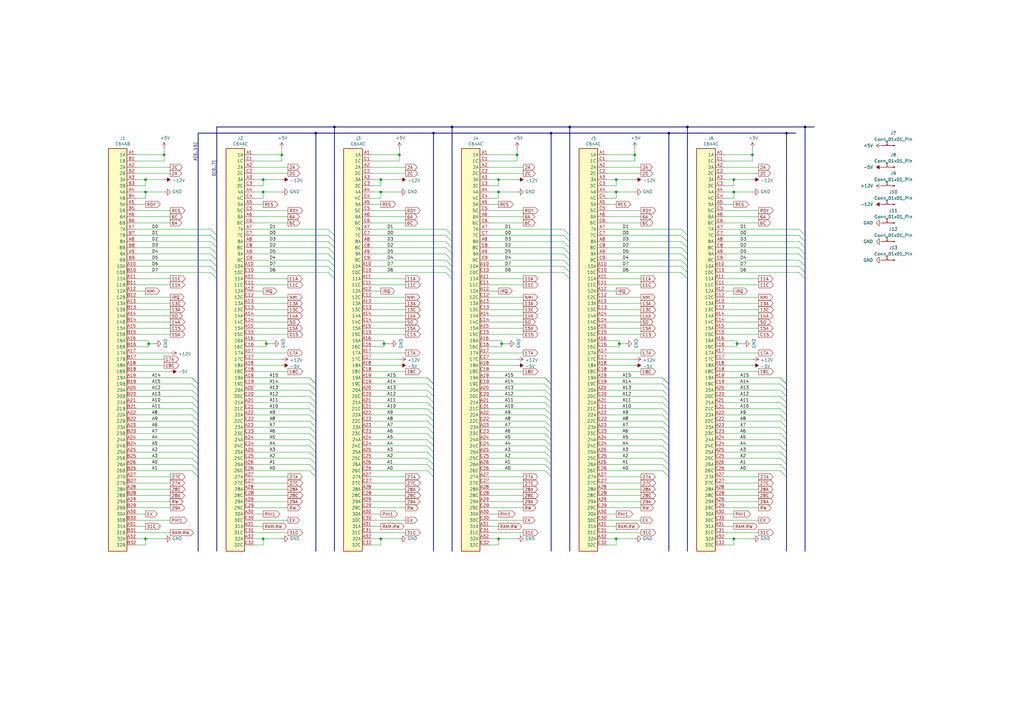
<source format=kicad_sch>
(kicad_sch (version 20231120) (generator "eeschema") (generator_version "8.0")
  (paper "A3")
  (junction (at 185.42 52.07))
  (junction (at 212.09 63.5))
  (junction (at 107.95 78.74))
  (junction (at 300.99 73.66))
  (junction (at 156.21 78.74))
  (junction (at 115.57 63.5))
  (junction (at 59.69 73.66))
  (junction (at 60.96 140.97))
  (junction (at 322.58 54.61))
  (junction (at 300.99 78.74))
  (junction (at 67.31 63.5))
  (junction (at 177.8 54.61))
  (junction (at 59.69 78.74))
  (junction (at 252.73 220.98))
  (junction (at 233.68 52.07))
  (junction (at 252.73 73.66))
  (junction (at 129.54 54.61))
  (junction (at 308.61 63.5))
  (junction (at 204.47 220.98))
  (junction (at 107.95 73.66))
  (junction (at 281.94 52.07))
  (junction (at 157.48 140.97))
  (junction (at 300.99 220.98))
  (junction (at 274.32 54.61))
  (junction (at 156.21 220.98))
  (junction (at 204.47 73.66))
  (junction (at 59.69 220.98))
  (junction (at 137.16 52.07))
  (junction (at 107.95 220.98))
  (junction (at 156.21 73.66))
  (junction (at 226.06 54.61))
  (junction (at 330.2 52.07))
  (junction (at 302.26 140.97))
  (junction (at 163.83 63.5))
  (junction (at 204.47 78.74))
  (junction (at 109.22 140.97))
  (junction (at 254 140.97))
  (junction (at 260.35 63.5))
  (junction (at 205.74 140.97))
  (junction (at 252.73 78.74))
  (bus_entry (at 127 182.88) (size 2.54 2.54))
  (bus_entry (at 127 167.64) (size 2.54 2.54))
  (bus_entry (at 127 175.26) (size 2.54 2.54))
  (bus_entry (at 320.04 157.48) (size 2.54 2.54))
  (bus_entry (at 127 165.1) (size 2.54 2.54))
  (bus_entry (at 175.26 187.96) (size 2.54 2.54))
  (bus_entry (at 223.52 177.8) (size 2.54 2.54))
  (bus_entry (at 127 187.96) (size 2.54 2.54))
  (bus_entry (at 231.14 109.22) (size 2.54 2.54))
  (bus_entry (at 223.52 187.96) (size 2.54 2.54))
  (bus_entry (at 175.26 167.64) (size 2.54 2.54))
  (bus_entry (at 279.4 109.22) (size 2.54 2.54))
  (bus_entry (at 78.74 160.02) (size 2.54 2.54))
  (bus_entry (at 182.88 111.76) (size 2.54 2.54))
  (bus_entry (at 127 177.8) (size 2.54 2.54))
  (bus_entry (at 182.88 101.6) (size 2.54 2.54))
  (bus_entry (at 320.04 165.1) (size 2.54 2.54))
  (bus_entry (at 279.4 101.6) (size 2.54 2.54))
  (bus_entry (at 182.88 93.98) (size 2.54 2.54))
  (bus_entry (at 271.78 157.48) (size 2.54 2.54))
  (bus_entry (at 175.26 172.72) (size 2.54 2.54))
  (bus_entry (at 127 180.34) (size 2.54 2.54))
  (bus_entry (at 327.66 104.14) (size 2.54 2.54))
  (bus_entry (at 223.52 193.04) (size 2.54 2.54))
  (bus_entry (at 86.36 96.52) (size 2.54 2.54))
  (bus_entry (at 231.14 111.76) (size 2.54 2.54))
  (bus_entry (at 127 162.56) (size 2.54 2.54))
  (bus_entry (at 271.78 175.26) (size 2.54 2.54))
  (bus_entry (at 182.88 104.14) (size 2.54 2.54))
  (bus_entry (at 127 160.02) (size 2.54 2.54))
  (bus_entry (at 78.74 185.42) (size 2.54 2.54))
  (bus_entry (at 279.4 93.98) (size 2.54 2.54))
  (bus_entry (at 175.26 180.34) (size 2.54 2.54))
  (bus_entry (at 182.88 99.06) (size 2.54 2.54))
  (bus_entry (at 320.04 177.8) (size 2.54 2.54))
  (bus_entry (at 320.04 187.96) (size 2.54 2.54))
  (bus_entry (at 271.78 190.5) (size 2.54 2.54))
  (bus_entry (at 182.88 96.52) (size 2.54 2.54))
  (bus_entry (at 78.74 154.94) (size 2.54 2.54))
  (bus_entry (at 223.52 170.18) (size 2.54 2.54))
  (bus_entry (at 271.78 177.8) (size 2.54 2.54))
  (bus_entry (at 223.52 172.72) (size 2.54 2.54))
  (bus_entry (at 134.62 99.06) (size 2.54 2.54))
  (bus_entry (at 86.36 99.06) (size 2.54 2.54))
  (bus_entry (at 78.74 162.56) (size 2.54 2.54))
  (bus_entry (at 271.78 170.18) (size 2.54 2.54))
  (bus_entry (at 175.26 177.8) (size 2.54 2.54))
  (bus_entry (at 271.78 185.42) (size 2.54 2.54))
  (bus_entry (at 327.66 99.06) (size 2.54 2.54))
  (bus_entry (at 175.26 165.1) (size 2.54 2.54))
  (bus_entry (at 320.04 180.34) (size 2.54 2.54))
  (bus_entry (at 327.66 109.22) (size 2.54 2.54))
  (bus_entry (at 223.52 165.1) (size 2.54 2.54))
  (bus_entry (at 271.78 154.94) (size 2.54 2.54))
  (bus_entry (at 223.52 160.02) (size 2.54 2.54))
  (bus_entry (at 175.26 160.02) (size 2.54 2.54))
  (bus_entry (at 327.66 111.76) (size 2.54 2.54))
  (bus_entry (at 175.26 182.88) (size 2.54 2.54))
  (bus_entry (at 271.78 154.94) (size 2.54 2.54))
  (bus_entry (at 175.26 185.42) (size 2.54 2.54))
  (bus_entry (at 320.04 162.56) (size 2.54 2.54))
  (bus_entry (at 78.74 154.94) (size 2.54 2.54))
  (bus_entry (at 223.52 154.94) (size 2.54 2.54))
  (bus_entry (at 78.74 170.18) (size 2.54 2.54))
  (bus_entry (at 271.78 167.64) (size 2.54 2.54))
  (bus_entry (at 86.36 109.22) (size 2.54 2.54))
  (bus_entry (at 231.14 104.14) (size 2.54 2.54))
  (bus_entry (at 231.14 106.68) (size 2.54 2.54))
  (bus_entry (at 320.04 167.64) (size 2.54 2.54))
  (bus_entry (at 127 154.94) (size 2.54 2.54))
  (bus_entry (at 175.26 193.04) (size 2.54 2.54))
  (bus_entry (at 78.74 187.96) (size 2.54 2.54))
  (bus_entry (at 223.52 157.48) (size 2.54 2.54))
  (bus_entry (at 78.74 167.64) (size 2.54 2.54))
  (bus_entry (at 182.88 109.22) (size 2.54 2.54))
  (bus_entry (at 78.74 165.1) (size 2.54 2.54))
  (bus_entry (at 175.26 190.5) (size 2.54 2.54))
  (bus_entry (at 231.14 99.06) (size 2.54 2.54))
  (bus_entry (at 223.52 162.56) (size 2.54 2.54))
  (bus_entry (at 223.52 182.88) (size 2.54 2.54))
  (bus_entry (at 134.62 96.52) (size 2.54 2.54))
  (bus_entry (at 279.4 104.14) (size 2.54 2.54))
  (bus_entry (at 127 172.72) (size 2.54 2.54))
  (bus_entry (at 271.78 193.04) (size 2.54 2.54))
  (bus_entry (at 127 157.48) (size 2.54 2.54))
  (bus_entry (at 78.74 182.88) (size 2.54 2.54))
  (bus_entry (at 223.52 154.94) (size 2.54 2.54))
  (bus_entry (at 127 154.94) (size 2.54 2.54))
  (bus_entry (at 320.04 154.94) (size 2.54 2.54))
  (bus_entry (at 86.36 101.6) (size 2.54 2.54))
  (bus_entry (at 271.78 172.72) (size 2.54 2.54))
  (bus_entry (at 327.66 101.6) (size 2.54 2.54))
  (bus_entry (at 320.04 170.18) (size 2.54 2.54))
  (bus_entry (at 279.4 99.06) (size 2.54 2.54))
  (bus_entry (at 78.74 180.34) (size 2.54 2.54))
  (bus_entry (at 327.66 93.98) (size 2.54 2.54))
  (bus_entry (at 327.66 106.68) (size 2.54 2.54))
  (bus_entry (at 134.62 93.98) (size 2.54 2.54))
  (bus_entry (at 223.52 190.5) (size 2.54 2.54))
  (bus_entry (at 175.26 175.26) (size 2.54 2.54))
  (bus_entry (at 78.74 157.48) (size 2.54 2.54))
  (bus_entry (at 78.74 172.72) (size 2.54 2.54))
  (bus_entry (at 271.78 160.02) (size 2.54 2.54))
  (bus_entry (at 320.04 193.04) (size 2.54 2.54))
  (bus_entry (at 134.62 106.68) (size 2.54 2.54))
  (bus_entry (at 327.66 96.52) (size 2.54 2.54))
  (bus_entry (at 78.74 175.26) (size 2.54 2.54))
  (bus_entry (at 223.52 175.26) (size 2.54 2.54))
  (bus_entry (at 175.26 154.94) (size 2.54 2.54))
  (bus_entry (at 279.4 111.76) (size 2.54 2.54))
  (bus_entry (at 271.78 162.56) (size 2.54 2.54))
  (bus_entry (at 134.62 111.76) (size 2.54 2.54))
  (bus_entry (at 175.26 170.18) (size 2.54 2.54))
  (bus_entry (at 271.78 180.34) (size 2.54 2.54))
  (bus_entry (at 127 193.04) (size 2.54 2.54))
  (bus_entry (at 231.14 101.6) (size 2.54 2.54))
  (bus_entry (at 127 185.42) (size 2.54 2.54))
  (bus_entry (at 134.62 104.14) (size 2.54 2.54))
  (bus_entry (at 223.52 180.34) (size 2.54 2.54))
  (bus_entry (at 134.62 101.6) (size 2.54 2.54))
  (bus_entry (at 86.36 111.76) (size 2.54 2.54))
  (bus_entry (at 320.04 172.72) (size 2.54 2.54))
  (bus_entry (at 320.04 175.26) (size 2.54 2.54))
  (bus_entry (at 223.52 185.42) (size 2.54 2.54))
  (bus_entry (at 320.04 190.5) (size 2.54 2.54))
  (bus_entry (at 134.62 109.22) (size 2.54 2.54))
  (bus_entry (at 86.36 106.68) (size 2.54 2.54))
  (bus_entry (at 78.74 193.04) (size 2.54 2.54))
  (bus_entry (at 320.04 185.42) (size 2.54 2.54))
  (bus_entry (at 127 170.18) (size 2.54 2.54))
  (bus_entry (at 78.74 177.8) (size 2.54 2.54))
  (bus_entry (at 320.04 154.94) (size 2.54 2.54))
  (bus_entry (at 279.4 96.52) (size 2.54 2.54))
  (bus_entry (at 320.04 182.88) (size 2.54 2.54))
  (bus_entry (at 175.26 157.48) (size 2.54 2.54))
  (bus_entry (at 78.74 190.5) (size 2.54 2.54))
  (bus_entry (at 127 190.5) (size 2.54 2.54))
  (bus_entry (at 223.52 167.64) (size 2.54 2.54))
  (bus_entry (at 86.36 104.14) (size 2.54 2.54))
  (bus_entry (at 182.88 106.68) (size 2.54 2.54))
  (bus_entry (at 175.26 154.94) (size 2.54 2.54))
  (bus_entry (at 231.14 93.98) (size 2.54 2.54))
  (bus_entry (at 320.04 160.02) (size 2.54 2.54))
  (bus_entry (at 231.14 96.52) (size 2.54 2.54))
  (bus_entry (at 86.36 93.98) (size 2.54 2.54))
  (bus_entry (at 271.78 165.1) (size 2.54 2.54))
  (bus_entry (at 279.4 106.68) (size 2.54 2.54))
  (bus_entry (at 175.26 162.56) (size 2.54 2.54))
  (bus_entry (at 271.78 187.96) (size 2.54 2.54))
  (bus_entry (at 271.78 182.88) (size 2.54 2.54))
  (wire (pts (xy 166.37 200.66) (xy 152.4 200.66)))
  (wire (pts (xy 107.95 83.82) (xy 104.14 83.82)))
  (bus (pts (xy 322.58 185.42) (xy 322.58 187.96)))
  (wire (pts (xy 104.14 63.5) (xy 115.57 63.5)))
  (wire (pts (xy 262.89 68.58) (xy 248.92 68.58)))
  (bus (pts (xy 322.58 175.26) (xy 322.58 177.8)))
  (bus (pts (xy 177.8 187.96) (xy 177.8 190.5)))
  (wire (pts (xy 104.14 144.78) (xy 118.11 144.78)))
  (wire (pts (xy 152.4 144.78) (xy 166.37 144.78)))
  (wire (pts (xy 107.95 220.98) (xy 104.14 220.98)))
  (wire (pts (xy 109.22 139.7) (xy 104.14 139.7)))
  (wire (pts (xy 248.92 144.78) (xy 262.89 144.78)))
  (bus (pts (xy 177.8 160.02) (xy 177.8 162.56)))
  (wire (pts (xy 69.85 121.92) (xy 55.88 121.92)))
  (wire (pts (xy 104.14 182.88) (xy 127 182.88)))
  (bus (pts (xy 226.06 175.26) (xy 226.06 177.8)))
  (wire (pts (xy 311.15 200.66) (xy 297.18 200.66)))
  (wire (pts (xy 182.88 96.52) (xy 152.4 96.52)))
  (wire (pts (xy 200.66 91.44) (xy 214.63 91.44)))
  (wire (pts (xy 182.88 101.6) (xy 152.4 101.6)))
  (wire (pts (xy 200.66 177.8) (xy 223.52 177.8)))
  (wire (pts (xy 55.88 167.64) (xy 78.74 167.64)))
  (wire (pts (xy 204.47 220.98) (xy 200.66 220.98)))
  (wire (pts (xy 163.83 78.74) (xy 156.21 78.74)))
  (wire (pts (xy 262.89 132.08) (xy 248.92 132.08)))
  (wire (pts (xy 308.61 66.04) (xy 308.61 63.5)))
  (wire (pts (xy 127 165.1) (xy 104.14 165.1)))
  (wire (pts (xy 223.52 160.02) (xy 200.66 160.02)))
  (wire (pts (xy 78.74 185.42) (xy 55.88 185.42)))
  (wire (pts (xy 104.14 198.12) (xy 118.11 198.12)))
  (wire (pts (xy 166.37 132.08) (xy 152.4 132.08)))
  (bus (pts (xy 177.8 185.42) (xy 177.8 187.96)))
  (wire (pts (xy 262.89 114.3) (xy 248.92 114.3)))
  (wire (pts (xy 200.66 63.5) (xy 212.09 63.5)))
  (wire (pts (xy 200.66 134.62) (xy 214.63 134.62)))
  (bus (pts (xy 226.06 180.34) (xy 226.06 182.88)))
  (wire (pts (xy 118.11 137.16) (xy 104.14 137.16)))
  (wire (pts (xy 214.63 218.44) (xy 200.66 218.44)))
  (wire (pts (xy 156.21 76.2) (xy 156.21 73.66)))
  (bus (pts (xy 274.32 167.64) (xy 274.32 170.18)))
  (bus (pts (xy 185.42 104.14) (xy 185.42 106.68)))
  (wire (pts (xy 248.92 213.36) (xy 262.89 213.36)))
  (bus (pts (xy 233.68 114.3) (xy 233.68 226.06)))
  (wire (pts (xy 271.78 190.5) (xy 248.92 190.5)))
  (bus (pts (xy 322.58 193.04) (xy 322.58 195.58)))
  (wire (pts (xy 152.4 210.82) (xy 156.21 210.82)))
  (wire (pts (xy 166.37 121.92) (xy 152.4 121.92)))
  (bus (pts (xy 88.9 99.06) (xy 88.9 101.6)))
  (wire (pts (xy 248.92 182.88) (xy 271.78 182.88)))
  (wire (pts (xy 175.26 160.02) (xy 152.4 160.02)))
  (wire (pts (xy 248.92 193.04) (xy 271.78 193.04)))
  (wire (pts (xy 104.14 172.72) (xy 127 172.72)))
  (wire (pts (xy 297.18 81.28) (xy 300.99 81.28)))
  (wire (pts (xy 212.09 220.98) (xy 204.47 220.98)))
  (bus (pts (xy 233.68 52.07) (xy 233.68 96.52)))
  (wire (pts (xy 254 139.7) (xy 248.92 139.7)))
  (bus (pts (xy 137.16 52.07) (xy 185.42 52.07)))
  (wire (pts (xy 163.83 220.98) (xy 156.21 220.98)))
  (wire (pts (xy 134.62 104.14) (xy 104.14 104.14)))
  (wire (pts (xy 204.47 119.38) (xy 200.66 119.38)))
  (bus (pts (xy 330.2 96.52) (xy 330.2 99.06)))
  (wire (pts (xy 69.85 114.3) (xy 55.88 114.3)))
  (wire (pts (xy 212.09 66.04) (xy 212.09 63.5)))
  (bus (pts (xy 185.42 99.06) (xy 185.42 101.6)))
  (wire (pts (xy 223.52 154.94) (xy 200.66 154.94)))
  (wire (pts (xy 157.48 139.7) (xy 152.4 139.7)))
  (wire (pts (xy 104.14 71.12) (xy 118.11 71.12)))
  (wire (pts (xy 212.09 78.74) (xy 204.47 78.74)))
  (bus (pts (xy 330.2 109.22) (xy 330.2 111.76)))
  (wire (pts (xy 248.92 172.72) (xy 271.78 172.72)))
  (wire (pts (xy 248.92 177.8) (xy 271.78 177.8)))
  (wire (pts (xy 67.31 73.66) (xy 59.69 73.66)))
  (wire (pts (xy 200.66 129.54) (xy 214.63 129.54)))
  (wire (pts (xy 163.83 73.66) (xy 156.21 73.66)))
  (wire (pts (xy 297.18 144.78) (xy 311.15 144.78)))
  (bus (pts (xy 185.42 101.6) (xy 185.42 104.14)))
  (wire (pts (xy 78.74 165.1) (xy 55.88 165.1)))
  (wire (pts (xy 59.69 81.28) (xy 59.69 78.74)))
  (wire (pts (xy 152.4 63.5) (xy 163.83 63.5)))
  (wire (pts (xy 214.63 68.58) (xy 200.66 68.58)))
  (bus (pts (xy 177.8 182.88) (xy 177.8 185.42)))
  (wire (pts (xy 260.35 149.86) (xy 248.92 149.86)))
  (wire (pts (xy 205.74 140.97) (xy 208.28 140.97)))
  (wire (pts (xy 67.31 220.98) (xy 59.69 220.98)))
  (wire (pts (xy 279.4 99.06) (xy 248.92 99.06)))
  (wire (pts (xy 223.52 185.42) (xy 200.66 185.42)))
  (wire (pts (xy 115.57 220.98) (xy 107.95 220.98)))
  (wire (pts (xy 182.88 99.06) (xy 152.4 99.06)))
  (wire (pts (xy 300.99 73.66) (xy 297.18 73.66)))
  (bus (pts (xy 226.06 170.18) (xy 226.06 172.72)))
  (bus (pts (xy 233.68 111.76) (xy 233.68 114.3)))
  (wire (pts (xy 200.66 71.12) (xy 214.63 71.12)))
  (bus (pts (xy 281.94 104.14) (xy 281.94 106.68)))
  (wire (pts (xy 55.88 215.9) (xy 59.69 215.9)))
  (wire (pts (xy 248.92 215.9) (xy 252.73 215.9)))
  (wire (pts (xy 55.88 210.82) (xy 59.69 210.82)))
  (wire (pts (xy 297.18 66.04) (xy 308.61 66.04)))
  (wire (pts (xy 271.78 185.42) (xy 248.92 185.42)))
  (wire (pts (xy 182.88 109.22) (xy 152.4 109.22)))
  (wire (pts (xy 308.61 149.86) (xy 297.18 149.86)))
  (bus (pts (xy 137.16 99.06) (xy 137.16 101.6)))
  (wire (pts (xy 69.85 88.9) (xy 55.88 88.9)))
  (wire (pts (xy 104.14 86.36) (xy 118.11 86.36)))
  (wire (pts (xy 104.14 91.44) (xy 118.11 91.44)))
  (wire (pts (xy 104.14 76.2) (xy 107.95 76.2)))
  (bus (pts (xy 226.06 162.56) (xy 226.06 165.1)))
  (wire (pts (xy 200.66 81.28) (xy 204.47 81.28)))
  (wire (pts (xy 107.95 76.2) (xy 107.95 73.66)))
  (wire (pts (xy 59.69 223.52) (xy 59.69 220.98)))
  (wire (pts (xy 297.18 203.2) (xy 311.15 203.2)))
  (wire (pts (xy 69.85 200.66) (xy 55.88 200.66)))
  (bus (pts (xy 233.68 99.06) (xy 233.68 101.6)))
  (wire (pts (xy 118.11 121.92) (xy 104.14 121.92)))
  (wire (pts (xy 248.92 116.84) (xy 262.89 116.84)))
  (wire (pts (xy 182.88 93.98) (xy 152.4 93.98)))
  (bus (pts (xy 81.28 175.26) (xy 81.28 177.8)))
  (wire (pts (xy 248.92 86.36) (xy 262.89 86.36)))
  (wire (pts (xy 205.74 139.7) (xy 200.66 139.7)))
  (wire (pts (xy 320.04 160.02) (xy 297.18 160.02)))
  (bus (pts (xy 129.54 162.56) (xy 129.54 165.1)))
  (wire (pts (xy 175.26 180.34) (xy 152.4 180.34)))
  (wire (pts (xy 152.4 203.2) (xy 166.37 203.2)))
  (wire (pts (xy 279.4 104.14) (xy 248.92 104.14)))
  (wire (pts (xy 308.61 63.5) (xy 308.61 60.96)))
  (wire (pts (xy 252.73 83.82) (xy 248.92 83.82)))
  (wire (pts (xy 55.88 223.52) (xy 59.69 223.52)))
  (bus (pts (xy 322.58 167.64) (xy 322.58 170.18)))
  (wire (pts (xy 118.11 124.46) (xy 104.14 124.46)))
  (wire (pts (xy 297.18 213.36) (xy 311.15 213.36)))
  (wire (pts (xy 118.11 195.58) (xy 104.14 195.58)))
  (wire (pts (xy 134.62 101.6) (xy 104.14 101.6)))
  (wire (pts (xy 55.88 76.2) (xy 59.69 76.2)))
  (wire (pts (xy 231.14 106.68) (xy 200.66 106.68)))
  (wire (pts (xy 127 180.34) (xy 104.14 180.34)))
  (wire (pts (xy 78.74 170.18) (xy 55.88 170.18)))
  (wire (pts (xy 107.95 81.28) (xy 107.95 78.74)))
  (wire (pts (xy 104.14 162.56) (xy 127 162.56)))
  (wire (pts (xy 223.52 180.34) (xy 200.66 180.34)))
  (wire (pts (xy 327.66 99.06) (xy 297.18 99.06)))
  (wire (pts (xy 297.18 116.84) (xy 311.15 116.84)))
  (wire (pts (xy 175.26 165.1) (xy 152.4 165.1)))
  (wire (pts (xy 302.26 140.97) (xy 304.8 140.97)))
  (wire (pts (xy 152.4 193.04) (xy 175.26 193.04)))
  (wire (pts (xy 156.21 81.28) (xy 156.21 78.74)))
  (wire (pts (xy 86.36 106.68) (xy 55.88 106.68)))
  (wire (pts (xy 214.63 88.9) (xy 200.66 88.9)))
  (wire (pts (xy 302.26 140.97) (xy 302.26 139.7)))
  (bus (pts (xy 129.54 195.58) (xy 129.54 226.06)))
  (bus (pts (xy 81.28 177.8) (xy 81.28 180.34)))
  (wire (pts (xy 311.15 114.3) (xy 297.18 114.3)))
  (wire (pts (xy 214.63 114.3) (xy 200.66 114.3)))
  (wire (pts (xy 200.66 210.82) (xy 204.47 210.82)))
  (wire (pts (xy 156.21 78.74) (xy 152.4 78.74)))
  (wire (pts (xy 104.14 129.54) (xy 118.11 129.54)))
  (wire (pts (xy 107.95 73.66) (xy 104.14 73.66)))
  (bus (pts (xy 81.28 167.64) (xy 81.28 170.18)))
  (bus (pts (xy 129.54 172.72) (xy 129.54 175.26)))
  (wire (pts (xy 134.62 99.06) (xy 104.14 99.06)))
  (wire (pts (xy 55.88 213.36) (xy 69.85 213.36)))
  (bus (pts (xy 226.06 185.42) (xy 226.06 187.96)))
  (wire (pts (xy 157.48 140.97) (xy 157.48 139.7)))
  (bus (pts (xy 322.58 180.34) (xy 322.58 182.88)))
  (wire (pts (xy 200.66 76.2) (xy 204.47 76.2)))
  (wire (pts (xy 248.92 142.24) (xy 254 142.24)))
  (wire (pts (xy 271.78 154.94) (xy 248.92 154.94)))
  (wire (pts (xy 69.85 124.46) (xy 55.88 124.46)))
  (wire (pts (xy 69.85 68.58) (xy 55.88 68.58)))
  (wire (pts (xy 223.52 175.26) (xy 200.66 175.26)))
  (wire (pts (xy 127 154.94) (xy 104.14 154.94)))
  (wire (pts (xy 78.74 154.94) (xy 55.88 154.94)))
  (wire (pts (xy 55.88 129.54) (xy 69.85 129.54)))
  (bus (pts (xy 81.28 160.02) (xy 81.28 162.56)))
  (wire (pts (xy 262.89 205.74) (xy 248.92 205.74)))
  (wire (pts (xy 152.4 162.56) (xy 175.26 162.56)))
  (wire (pts (xy 297.18 142.24) (xy 302.26 142.24)))
  (wire (pts (xy 55.88 198.12) (xy 69.85 198.12)))
  (wire (pts (xy 252.73 223.52) (xy 252.73 220.98)))
  (bus (pts (xy 129.54 185.42) (xy 129.54 187.96)))
  (wire (pts (xy 104.14 208.28) (xy 118.11 208.28)))
  (wire (pts (xy 104.14 223.52) (xy 107.95 223.52)))
  (wire (pts (xy 200.66 198.12) (xy 214.63 198.12)))
  (wire (pts (xy 231.14 93.98) (xy 200.66 93.98)))
  (bus (pts (xy 81.28 170.18) (xy 81.28 172.72)))
  (wire (pts (xy 115.57 78.74) (xy 107.95 78.74)))
  (bus (pts (xy 226.06 195.58) (xy 226.06 226.06)))
  (wire (pts (xy 152.4 215.9) (xy 156.21 215.9)))
  (bus (pts (xy 330.2 101.6) (xy 330.2 104.14)))
  (wire (pts (xy 55.88 91.44) (xy 69.85 91.44)))
  (wire (pts (xy 104.14 193.04) (xy 127 193.04)))
  (bus (pts (xy 137.16 101.6) (xy 137.16 104.14)))
  (wire (pts (xy 200.66 142.24) (xy 205.74 142.24)))
  (bus (pts (xy 185.42 114.3) (xy 185.42 226.06)))
  (bus (pts (xy 330.2 104.14) (xy 330.2 106.68)))
  (bus (pts (xy 274.32 160.02) (xy 274.32 162.56)))
  (bus (pts (xy 185.42 96.52) (xy 185.42 99.06)))
  (bus (pts (xy 129.54 193.04) (xy 129.54 195.58)))
  (bus (pts (xy 322.58 160.02) (xy 322.58 162.56)))
  (bus (pts (xy 137.16 109.22) (xy 137.16 111.76)))
  (wire (pts (xy 104.14 157.48) (xy 127 157.48)))
  (wire (pts (xy 127 170.18) (xy 104.14 170.18)))
  (wire (pts (xy 248.92 81.28) (xy 252.73 81.28)))
  (wire (pts (xy 86.36 96.52) (xy 55.88 96.52)))
  (wire (pts (xy 104.14 142.24) (xy 109.22 142.24)))
  (wire (pts (xy 311.15 218.44) (xy 297.18 218.44)))
  (wire (pts (xy 55.88 127) (xy 69.85 127)))
  (wire (pts (xy 248.92 187.96) (xy 271.78 187.96)))
  (wire (pts (xy 104.14 127) (xy 118.11 127)))
  (wire (pts (xy 152.4 167.64) (xy 175.26 167.64)))
  (wire (pts (xy 118.11 200.66) (xy 104.14 200.66)))
  (wire (pts (xy 166.37 218.44) (xy 152.4 218.44)))
  (wire (pts (xy 55.88 144.78) (xy 69.85 144.78)))
  (wire (pts (xy 55.88 162.56) (xy 78.74 162.56)))
  (bus (pts (xy 274.32 54.61) (xy 322.58 54.61)))
  (wire (pts (xy 297.18 208.28) (xy 311.15 208.28)))
  (wire (pts (xy 231.14 111.76) (xy 200.66 111.76)))
  (wire (pts (xy 67.31 66.04) (xy 67.31 63.5)))
  (wire (pts (xy 69.85 137.16) (xy 55.88 137.16)))
  (wire (pts (xy 55.88 134.62) (xy 69.85 134.62)))
  (wire (pts (xy 297.18 210.82) (xy 300.99 210.82)))
  (wire (pts (xy 297.18 91.44) (xy 311.15 91.44)))
  (wire (pts (xy 279.4 106.68) (xy 248.92 106.68)))
  (wire (pts (xy 152.4 91.44) (xy 166.37 91.44)))
  (bus (pts (xy 88.9 106.68) (xy 88.9 109.22)))
  (wire (pts (xy 262.89 195.58) (xy 248.92 195.58)))
  (bus (pts (xy 88.9 52.07) (xy 137.16 52.07)))
  (wire (pts (xy 134.62 96.52) (xy 104.14 96.52)))
  (bus (pts (xy 177.8 165.1) (xy 177.8 167.64)))
  (bus (pts (xy 330.2 111.76) (xy 330.2 114.3)))
  (wire (pts (xy 104.14 215.9) (xy 107.95 215.9)))
  (wire (pts (xy 271.78 170.18) (xy 248.92 170.18)))
  (wire (pts (xy 297.18 162.56) (xy 320.04 162.56)))
  (wire (pts (xy 248.92 129.54) (xy 262.89 129.54)))
  (wire (pts (xy 152.4 208.28) (xy 166.37 208.28)))
  (wire (pts (xy 262.89 137.16) (xy 248.92 137.16)))
  (wire (pts (xy 55.88 81.28) (xy 59.69 81.28)))
  (bus (pts (xy 226.06 190.5) (xy 226.06 193.04)))
  (wire (pts (xy 248.92 91.44) (xy 262.89 91.44)))
  (bus (pts (xy 88.9 109.22) (xy 88.9 111.76)))
  (wire (pts (xy 152.4 223.52) (xy 156.21 223.52)))
  (bus (pts (xy 129.54 190.5) (xy 129.54 193.04)))
  (wire (pts (xy 115.57 66.04) (xy 115.57 63.5)))
  (bus (pts (xy 226.06 177.8) (xy 226.06 180.34)))
  (wire (pts (xy 231.14 96.52) (xy 200.66 96.52)))
  (wire (pts (xy 252.73 73.66) (xy 248.92 73.66)))
  (wire (pts (xy 152.4 187.96) (xy 175.26 187.96)))
  (wire (pts (xy 248.92 210.82) (xy 252.73 210.82)))
  (wire (pts (xy 152.4 81.28) (xy 156.21 81.28)))
  (wire (pts (xy 260.35 78.74) (xy 252.73 78.74)))
  (wire (pts (xy 214.63 137.16) (xy 200.66 137.16)))
  (wire (pts (xy 127 185.42) (xy 104.14 185.42)))
  (wire (pts (xy 109.22 142.24) (xy 109.22 140.97)))
  (wire (pts (xy 67.31 63.5) (xy 67.31 60.96)))
  (wire (pts (xy 248.92 66.04) (xy 260.35 66.04)))
  (bus (pts (xy 281.94 99.06) (xy 281.94 101.6)))
  (wire (pts (xy 55.88 182.88) (xy 78.74 182.88)))
  (wire (pts (xy 163.83 149.86) (xy 152.4 149.86)))
  (wire (pts (xy 118.11 132.08) (xy 104.14 132.08)))
  (wire (pts (xy 107.95 78.74) (xy 104.14 78.74)))
  (wire (pts (xy 152.4 198.12) (xy 166.37 198.12)))
  (bus (pts (xy 226.06 187.96) (xy 226.06 190.5)))
  (wire (pts (xy 86.36 104.14) (xy 55.88 104.14)))
  (wire (pts (xy 300.99 223.52) (xy 300.99 220.98)))
  (wire (pts (xy 252.73 78.74) (xy 248.92 78.74)))
  (wire (pts (xy 327.66 93.98) (xy 297.18 93.98)))
  (wire (pts (xy 104.14 134.62) (xy 118.11 134.62)))
  (bus (pts (xy 129.54 170.18) (xy 129.54 172.72)))
  (wire (pts (xy 104.14 66.04) (xy 115.57 66.04)))
  (bus (pts (xy 81.28 172.72) (xy 81.28 175.26)))
  (bus (pts (xy 81.28 195.58) (xy 81.28 226.06)))
  (wire (pts (xy 279.4 111.76) (xy 248.92 111.76)))
  (wire (pts (xy 134.62 93.98) (xy 104.14 93.98)))
  (bus (pts (xy 226.06 182.88) (xy 226.06 185.42)))
  (wire (pts (xy 107.95 119.38) (xy 104.14 119.38)))
  (wire (pts (xy 262.89 121.92) (xy 248.92 121.92)))
  (wire (pts (xy 200.66 213.36) (xy 214.63 213.36)))
  (wire (pts (xy 200.66 127) (xy 214.63 127)))
  (bus (pts (xy 322.58 182.88) (xy 322.58 185.42)))
  (wire (pts (xy 311.15 124.46) (xy 297.18 124.46)))
  (wire (pts (xy 200.66 182.88) (xy 223.52 182.88)))
  (wire (pts (xy 311.15 205.74) (xy 297.18 205.74)))
  (wire (pts (xy 320.04 180.34) (xy 297.18 180.34)))
  (wire (pts (xy 223.52 165.1) (xy 200.66 165.1)))
  (bus (pts (xy 233.68 104.14) (xy 233.68 106.68)))
  (wire (pts (xy 327.66 106.68) (xy 297.18 106.68)))
  (bus (pts (xy 177.8 170.18) (xy 177.8 172.72)))
  (bus (pts (xy 88.9 52.07) (xy 88.9 96.52)))
  (wire (pts (xy 297.18 182.88) (xy 320.04 182.88)))
  (wire (pts (xy 67.31 147.32) (xy 55.88 147.32)))
  (wire (pts (xy 327.66 96.52) (xy 297.18 96.52)))
  (wire (pts (xy 127 175.26) (xy 104.14 175.26)))
  (wire (pts (xy 55.88 193.04) (xy 78.74 193.04)))
  (wire (pts (xy 55.88 157.48) (xy 78.74 157.48)))
  (wire (pts (xy 320.04 185.42) (xy 297.18 185.42)))
  (bus (pts (xy 226.06 160.02) (xy 226.06 162.56)))
  (bus (pts (xy 81.28 180.34) (xy 81.28 182.88)))
  (wire (pts (xy 212.09 63.5) (xy 212.09 60.96)))
  (bus (pts (xy 274.32 193.04) (xy 274.32 195.58)))
  (wire (pts (xy 320.04 170.18) (xy 297.18 170.18)))
  (bus (pts (xy 129.54 177.8) (xy 129.54 180.34)))
  (wire (pts (xy 69.85 132.08) (xy 55.88 132.08)))
  (wire (pts (xy 260.35 66.04) (xy 260.35 63.5)))
  (bus (pts (xy 185.42 52.07) (xy 233.68 52.07)))
  (wire (pts (xy 55.88 116.84) (xy 69.85 116.84)))
  (wire (pts (xy 308.61 73.66) (xy 300.99 73.66)))
  (wire (pts (xy 214.63 132.08) (xy 200.66 132.08)))
  (wire (pts (xy 152.4 116.84) (xy 166.37 116.84)))
  (wire (pts (xy 200.66 157.48) (xy 223.52 157.48)))
  (wire (pts (xy 78.74 190.5) (xy 55.88 190.5)))
  (bus (pts (xy 129.54 167.64) (xy 129.54 170.18)))
  (wire (pts (xy 248.92 203.2) (xy 262.89 203.2)))
  (wire (pts (xy 200.66 208.28) (xy 214.63 208.28)))
  (wire (pts (xy 260.35 220.98) (xy 252.73 220.98)))
  (wire (pts (xy 205.74 140.97) (xy 205.74 139.7)))
  (wire (pts (xy 297.18 71.12) (xy 311.15 71.12)))
  (wire (pts (xy 252.73 81.28) (xy 252.73 78.74)))
  (bus (pts (xy 274.32 165.1) (xy 274.32 167.64)))
  (wire (pts (xy 152.4 76.2) (xy 156.21 76.2)))
  (wire (pts (xy 55.88 187.96) (xy 78.74 187.96)))
  (wire (pts (xy 262.89 88.9) (xy 248.92 88.9)))
  (bus (pts (xy 177.8 172.72) (xy 177.8 175.26)))
  (wire (pts (xy 104.14 177.8) (xy 127 177.8)))
  (bus (pts (xy 81.28 54.61) (xy 129.54 54.61)))
  (wire (pts (xy 156.21 73.66) (xy 152.4 73.66)))
  (wire (pts (xy 248.92 223.52) (xy 252.73 223.52)))
  (bus (pts (xy 177.8 177.8) (xy 177.8 180.34)))
  (wire (pts (xy 59.69 119.38) (xy 55.88 119.38)))
  (wire (pts (xy 127 160.02) (xy 104.14 160.02)))
  (wire (pts (xy 152.4 177.8) (xy 175.26 177.8)))
  (wire (pts (xy 175.26 175.26) (xy 152.4 175.26)))
  (wire (pts (xy 248.92 134.62) (xy 262.89 134.62)))
  (wire (pts (xy 279.4 93.98) (xy 248.92 93.98)))
  (wire (pts (xy 248.92 76.2) (xy 252.73 76.2)))
  (wire (pts (xy 55.88 203.2) (xy 69.85 203.2)))
  (wire (pts (xy 118.11 205.74) (xy 104.14 205.74)))
  (bus (pts (xy 129.54 180.34) (xy 129.54 182.88)))
  (bus (pts (xy 177.8 157.48) (xy 177.8 160.02)))
  (bus (pts (xy 274.32 162.56) (xy 274.32 165.1)))
  (wire (pts (xy 152.4 142.24) (xy 157.48 142.24)))
  (wire (pts (xy 59.69 83.82) (xy 55.88 83.82)))
  (bus (pts (xy 274.32 187.96) (xy 274.32 190.5)))
  (wire (pts (xy 248.92 162.56) (xy 271.78 162.56)))
  (bus (pts (xy 137.16 96.52) (xy 137.16 99.06)))
  (wire (pts (xy 212.09 147.32) (xy 200.66 147.32)))
  (wire (pts (xy 59.69 220.98) (xy 55.88 220.98)))
  (bus (pts (xy 233.68 109.22) (xy 233.68 111.76)))
  (bus (pts (xy 281.94 111.76) (xy 281.94 114.3)))
  (wire (pts (xy 297.18 177.8) (xy 320.04 177.8)))
  (bus (pts (xy 177.8 195.58) (xy 177.8 226.06)))
  (bus (pts (xy 274.32 172.72) (xy 274.32 175.26)))
  (wire (pts (xy 175.26 154.94) (xy 152.4 154.94)))
  (bus (pts (xy 129.54 165.1) (xy 129.54 167.64)))
  (wire (pts (xy 327.66 104.14) (xy 297.18 104.14)))
  (wire (pts (xy 157.48 142.24) (xy 157.48 140.97)))
  (wire (pts (xy 248.92 167.64) (xy 271.78 167.64)))
  (wire (pts (xy 320.04 175.26) (xy 297.18 175.26)))
  (wire (pts (xy 182.88 104.14) (xy 152.4 104.14)))
  (wire (pts (xy 175.26 170.18) (xy 152.4 170.18)))
  (wire (pts (xy 175.26 190.5) (xy 152.4 190.5)))
  (bus (pts (xy 226.06 172.72) (xy 226.06 175.26)))
  (wire (pts (xy 271.78 160.02) (xy 248.92 160.02)))
  (bus (pts (xy 81.28 193.04) (xy 81.28 195.58)))
  (bus (pts (xy 226.06 54.61) (xy 226.06 157.48)))
  (bus (pts (xy 81.28 162.56) (xy 81.28 165.1)))
  (wire (pts (xy 118.11 152.4) (xy 104.14 152.4)))
  (wire (pts (xy 59.69 73.66) (xy 55.88 73.66)))
  (wire (pts (xy 86.36 109.22) (xy 55.88 109.22)))
  (wire (pts (xy 254 140.97) (xy 256.54 140.97)))
  (wire (pts (xy 69.85 205.74) (xy 55.88 205.74)))
  (bus (pts (xy 129.54 187.96) (xy 129.54 190.5)))
  (wire (pts (xy 182.88 106.68) (xy 152.4 106.68)))
  (wire (pts (xy 254 142.24) (xy 254 140.97)))
  (wire (pts (xy 248.92 71.12) (xy 262.89 71.12)))
  (wire (pts (xy 297.18 198.12) (xy 311.15 198.12)))
  (wire (pts (xy 200.66 187.96) (xy 223.52 187.96)))
  (bus (pts (xy 81.28 190.5) (xy 81.28 193.04)))
  (wire (pts (xy 115.57 73.66) (xy 107.95 73.66)))
  (wire (pts (xy 271.78 180.34) (xy 248.92 180.34)))
  (wire (pts (xy 200.66 167.64) (xy 223.52 167.64)))
  (bus (pts (xy 233.68 52.07) (xy 281.94 52.07)))
  (wire (pts (xy 254 140.97) (xy 254 139.7)))
  (wire (pts (xy 214.63 124.46) (xy 200.66 124.46)))
  (wire (pts (xy 134.62 106.68) (xy 104.14 106.68)))
  (wire (pts (xy 231.14 104.14) (xy 200.66 104.14)))
  (bus (pts (xy 185.42 109.22) (xy 185.42 111.76)))
  (bus (pts (xy 88.9 96.52) (xy 88.9 99.06)))
  (wire (pts (xy 163.83 147.32) (xy 152.4 147.32)))
  (wire (pts (xy 152.4 213.36) (xy 166.37 213.36)))
  (wire (pts (xy 327.66 109.22) (xy 297.18 109.22)))
  (wire (pts (xy 262.89 200.66) (xy 248.92 200.66)))
  (bus (pts (xy 185.42 52.07) (xy 185.42 96.52)))
  (wire (pts (xy 311.15 152.4) (xy 297.18 152.4)))
  (wire (pts (xy 260.35 63.5) (xy 260.35 60.96)))
  (bus (pts (xy 281.94 96.52) (xy 281.94 99.06)))
  (wire (pts (xy 60.96 140.97) (xy 60.96 139.7)))
  (wire (pts (xy 200.66 116.84) (xy 214.63 116.84)))
  (bus (pts (xy 88.9 114.3) (xy 88.9 226.06)))
  (wire (pts (xy 311.15 88.9) (xy 297.18 88.9)))
  (bus (pts (xy 274.32 182.88) (xy 274.32 185.42)))
  (bus (pts (xy 322.58 54.61) (xy 326.39 54.61)))
  (wire (pts (xy 78.74 160.02) (xy 55.88 160.02)))
  (wire (pts (xy 152.4 71.12) (xy 166.37 71.12)))
  (bus (pts (xy 129.54 54.61) (xy 177.8 54.61)))
  (wire (pts (xy 214.63 200.66) (xy 200.66 200.66)))
  (bus (pts (xy 177.8 180.34) (xy 177.8 182.88)))
  (wire (pts (xy 156.21 223.52) (xy 156.21 220.98)))
  (bus (pts (xy 129.54 175.26) (xy 129.54 177.8)))
  (wire (pts (xy 104.14 116.84) (xy 118.11 116.84)))
  (bus (pts (xy 177.8 162.56) (xy 177.8 165.1)))
  (wire (pts (xy 118.11 88.9) (xy 104.14 88.9)))
  (wire (pts (xy 109.22 140.97) (xy 109.22 139.7)))
  (wire (pts (xy 300.99 78.74) (xy 297.18 78.74)))
  (wire (pts (xy 300.99 220.98) (xy 297.18 220.98)))
  (wire (pts (xy 308.61 147.32) (xy 297.18 147.32)))
  (wire (pts (xy 156.21 220.98) (xy 152.4 220.98)))
  (wire (pts (xy 152.4 134.62) (xy 166.37 134.62)))
  (bus (pts (xy 233.68 101.6) (xy 233.68 104.14)))
  (wire (pts (xy 200.66 223.52) (xy 204.47 223.52)))
  (wire (pts (xy 175.26 185.42) (xy 152.4 185.42)))
  (wire (pts (xy 60.96 142.24) (xy 60.96 140.97)))
  (wire (pts (xy 59.69 78.74) (xy 55.88 78.74)))
  (wire (pts (xy 271.78 165.1) (xy 248.92 165.1)))
  (bus (pts (xy 330.2 52.07) (xy 330.2 96.52)))
  (bus (pts (xy 330.2 106.68) (xy 330.2 109.22)))
  (wire (pts (xy 248.92 127) (xy 262.89 127)))
  (wire (pts (xy 214.63 152.4) (xy 200.66 152.4)))
  (wire (pts (xy 297.18 223.52) (xy 300.99 223.52)))
  (bus (pts (xy 274.32 195.58) (xy 274.32 226.06)))
  (wire (pts (xy 308.61 78.74) (xy 300.99 78.74)))
  (wire (pts (xy 214.63 121.92) (xy 200.66 121.92)))
  (bus (pts (xy 274.32 157.48) (xy 274.32 160.02)))
  (wire (pts (xy 200.66 203.2) (xy 214.63 203.2)))
  (wire (pts (xy 86.36 101.6) (xy 55.88 101.6)))
  (wire (pts (xy 163.83 63.5) (xy 163.83 60.96)))
  (wire (pts (xy 104.14 81.28) (xy 107.95 81.28)))
  (bus (pts (xy 137.16 104.14) (xy 137.16 106.68)))
  (wire (pts (xy 204.47 76.2) (xy 204.47 73.66)))
  (bus (pts (xy 81.28 187.96) (xy 81.28 190.5)))
  (wire (pts (xy 212.09 73.66) (xy 204.47 73.66)))
  (bus (pts (xy 81.28 185.42) (xy 81.28 187.96)))
  (wire (pts (xy 60.96 139.7) (xy 55.88 139.7)))
  (bus (pts (xy 129.54 182.88) (xy 129.54 185.42)))
  (wire (pts (xy 166.37 137.16) (xy 152.4 137.16)))
  (wire (pts (xy 262.89 124.46) (xy 248.92 124.46)))
  (wire (pts (xy 327.66 101.6) (xy 297.18 101.6)))
  (bus (pts (xy 185.42 111.76) (xy 185.42 114.3)))
  (wire (pts (xy 115.57 149.86) (xy 104.14 149.86)))
  (bus (pts (xy 177.8 167.64) (xy 177.8 170.18)))
  (bus (pts (xy 177.8 193.04) (xy 177.8 195.58)))
  (wire (pts (xy 297.18 129.54) (xy 311.15 129.54)))
  (wire (pts (xy 86.36 93.98) (xy 55.88 93.98)))
  (wire (pts (xy 104.14 203.2) (xy 118.11 203.2)))
  (wire (pts (xy 231.14 99.06) (xy 200.66 99.06)))
  (bus (pts (xy 322.58 162.56) (xy 322.58 165.1)))
  (wire (pts (xy 152.4 129.54) (xy 166.37 129.54)))
  (wire (pts (xy 115.57 147.32) (xy 104.14 147.32)))
  (bus (pts (xy 281.94 52.07) (xy 281.94 96.52)))
  (bus (pts (xy 281.94 52.07) (xy 330.2 52.07)))
  (wire (pts (xy 166.37 68.58) (xy 152.4 68.58)))
  (wire (pts (xy 204.47 73.66) (xy 200.66 73.66)))
  (wire (pts (xy 271.78 175.26) (xy 248.92 175.26)))
  (wire (pts (xy 104.14 187.96) (xy 127 187.96)))
  (wire (pts (xy 297.18 76.2) (xy 300.99 76.2)))
  (bus (pts (xy 322.58 187.96) (xy 322.58 190.5)))
  (wire (pts (xy 279.4 109.22) (xy 248.92 109.22)))
  (wire (pts (xy 320.04 190.5) (xy 297.18 190.5)))
  (bus (pts (xy 281.94 114.3) (xy 281.94 226.06)))
  (bus (pts (xy 226.06 54.61) (xy 274.32 54.61)))
  (wire (pts (xy 200.66 162.56) (xy 223.52 162.56)))
  (wire (pts (xy 252.73 119.38) (xy 248.92 119.38)))
  (wire (pts (xy 55.88 172.72) (xy 78.74 172.72)))
  (wire (pts (xy 152.4 172.72) (xy 175.26 172.72)))
  (wire (pts (xy 182.88 111.76) (xy 152.4 111.76)))
  (wire (pts (xy 156.21 83.82) (xy 152.4 83.82)))
  (bus (pts (xy 81.28 54.61) (xy 81.28 157.48)))
  (wire (pts (xy 104.14 213.36) (xy 118.11 213.36)))
  (bus (pts (xy 226.06 167.64) (xy 226.06 170.18)))
  (bus (pts (xy 226.06 165.1) (xy 226.06 167.64)))
  (bus (pts (xy 233.68 106.68) (xy 233.68 109.22)))
  (wire (pts (xy 300.99 83.82) (xy 297.18 83.82)))
  (wire (pts (xy 200.66 66.04) (xy 212.09 66.04)))
  (wire (pts (xy 152.4 66.04) (xy 163.83 66.04)))
  (bus (pts (xy 88.9 111.76) (xy 88.9 114.3)))
  (wire (pts (xy 55.88 71.12) (xy 69.85 71.12)))
  (wire (pts (xy 55.88 66.04) (xy 67.31 66.04)))
  (bus (pts (xy 322.58 195.58) (xy 322.58 226.06)))
  (bus (pts (xy 177.8 54.61) (xy 177.8 157.48)))
  (bus (pts (xy 281.94 109.22) (xy 281.94 111.76)))
  (wire (pts (xy 279.4 96.52) (xy 248.92 96.52)))
  (wire (pts (xy 166.37 114.3) (xy 152.4 114.3)))
  (wire (pts (xy 311.15 195.58) (xy 297.18 195.58)))
  (wire (pts (xy 205.74 142.24) (xy 205.74 140.97)))
  (wire (pts (xy 166.37 88.9) (xy 152.4 88.9)))
  (bus (pts (xy 137.16 111.76) (xy 137.16 114.3)))
  (wire (pts (xy 297.18 157.48) (xy 320.04 157.48)))
  (wire (pts (xy 86.36 111.76) (xy 55.88 111.76)))
  (wire (pts (xy 320.04 165.1) (xy 297.18 165.1)))
  (wire (pts (xy 260.35 147.32) (xy 248.92 147.32)))
  (bus (pts (xy 137.16 114.3) (xy 137.16 226.06)))
  (bus (pts (xy 274.32 185.42) (xy 274.32 187.96)))
  (wire (pts (xy 55.88 208.28) (xy 69.85 208.28)))
  (bus (pts (xy 88.9 101.6) (xy 88.9 104.14)))
  (wire (pts (xy 248.92 198.12) (xy 262.89 198.12)))
  (bus (pts (xy 88.9 104.14) (xy 88.9 106.68)))
  (wire (pts (xy 55.88 63.5) (xy 67.31 63.5)))
  (wire (pts (xy 297.18 127) (xy 311.15 127)))
  (wire (pts (xy 200.66 215.9) (xy 204.47 215.9)))
  (wire (pts (xy 134.62 109.22) (xy 104.14 109.22)))
  (bus (pts (xy 274.32 177.8) (xy 274.32 180.34)))
  (wire (pts (xy 200.66 144.78) (xy 214.63 144.78)))
  (bus (pts (xy 330.2 99.06) (xy 330.2 101.6)))
  (wire (pts (xy 297.18 215.9) (xy 300.99 215.9)))
  (wire (pts (xy 152.4 182.88) (xy 175.26 182.88)))
  (wire (pts (xy 231.14 109.22) (xy 200.66 109.22)))
  (bus (pts (xy 137.16 52.07) (xy 137.16 96.52)))
  (bus (pts (xy 322.58 170.18) (xy 322.58 172.72)))
  (bus (pts (xy 274.32 180.34) (xy 274.32 182.88)))
  (wire (pts (xy 300.99 76.2) (xy 300.99 73.66)))
  (bus (pts (xy 177.8 54.61) (xy 226.06 54.61)))
  (wire (pts (xy 204.47 83.82) (xy 200.66 83.82)))
  (wire (pts (xy 107.95 223.52) (xy 107.95 220.98)))
  (wire (pts (xy 69.85 195.58) (xy 55.88 195.58)))
  (bus (pts (xy 281.94 101.6) (xy 281.94 104.14)))
  (bus (pts (xy 226.06 193.04) (xy 226.06 195.58)))
  (wire (pts (xy 200.66 172.72) (xy 223.52 172.72)))
  (bus (pts (xy 185.42 106.68) (xy 185.42 109.22)))
  (bus (pts (xy 322.58 165.1) (xy 322.58 167.64)))
  (wire (pts (xy 262.89 152.4) (xy 248.92 152.4)))
  (wire (pts (xy 166.37 124.46) (xy 152.4 124.46)))
  (wire (pts (xy 248.92 208.28) (xy 262.89 208.28)))
  (bus (pts (xy 281.94 106.68) (xy 281.94 109.22)))
  (wire (pts (xy 302.26 139.7) (xy 297.18 139.7)))
  (wire (pts (xy 163.83 66.04) (xy 163.83 63.5)))
  (wire (pts (xy 262.89 218.44) (xy 248.92 218.44)))
  (bus (pts (xy 322.58 190.5) (xy 322.58 193.04)))
  (wire (pts (xy 204.47 223.52) (xy 204.47 220.98)))
  (wire (pts (xy 252.73 76.2) (xy 252.73 73.66)))
  (wire (pts (xy 300.99 119.38) (xy 297.18 119.38)))
  (bus (pts (xy 81.28 157.48) (xy 81.28 160.02)))
  (wire (pts (xy 152.4 86.36) (xy 166.37 86.36)))
  (wire (pts (xy 109.22 140.97) (xy 111.76 140.97)))
  (wire (pts (xy 311.15 137.16) (xy 297.18 137.16)))
  (wire (pts (xy 166.37 152.4) (xy 152.4 152.4)))
  (wire (pts (xy 104.14 210.82) (xy 107.95 210.82)))
  (wire (pts (xy 297.18 187.96) (xy 320.04 187.96)))
  (wire (pts (xy 157.48 140.97) (xy 160.02 140.97)))
  (wire (pts (xy 248.92 157.48) (xy 271.78 157.48)))
  (wire (pts (xy 320.04 154.94) (xy 297.18 154.94)))
  (bus (pts (xy 330.2 114.3) (xy 330.2 226.06)))
  (wire (pts (xy 55.88 177.8) (xy 78.74 177.8)))
  (wire (pts (xy 67.31 78.74) (xy 59.69 78.74)))
  (wire (pts (xy 115.57 63.5) (xy 115.57 60.96)))
  (bus (pts (xy 177.8 175.26) (xy 177.8 177.8)))
  (wire (pts (xy 223.52 190.5) (xy 200.66 190.5)))
  (wire (pts (xy 297.18 86.36) (xy 311.15 86.36)))
  (wire (pts (xy 214.63 195.58) (xy 200.66 195.58)))
  (wire (pts (xy 311.15 132.08) (xy 297.18 132.08)))
  (bus (pts (xy 322.58 54.61) (xy 322.58 157.48)))
  (wire (pts (xy 300.99 81.28) (xy 300.99 78.74)))
  (wire (pts (xy 214.63 205.74) (xy 200.66 205.74)))
  (bus (pts (xy 81.28 165.1) (xy 81.28 167.64)))
  (wire (pts (xy 200.66 86.36) (xy 214.63 86.36)))
  (wire (pts (xy 212.09 149.86) (xy 200.66 149.86)))
  (bus (pts (xy 322.58 157.48) (xy 322.58 160.02)))
  (wire (pts (xy 60.96 140.97) (xy 63.5 140.97)))
  (wire (pts (xy 67.31 149.86) (xy 55.88 149.86)))
  (wire (pts (xy 104.14 167.64) (xy 127 167.64)))
  (wire (pts (xy 55.88 142.24) (xy 60.96 142.24)))
  (bus (pts (xy 233.68 96.52) (xy 233.68 99.06)))
  (wire (pts (xy 204.47 78.74) (xy 200.66 78.74)))
  (wire (pts (xy 311.15 68.58) (xy 297.18 68.58)))
  (wire (pts (xy 86.36 99.06) (xy 55.88 99.06)))
  (wire (pts (xy 297.18 167.64) (xy 320.04 167.64)))
  (bus (pts (xy 274.32 170.18) (xy 274.32 172.72)))
  (wire (pts (xy 311.15 121.92) (xy 297.18 121.92)))
  (bus (pts (xy 274.32 54.61) (xy 274.32 157.48)))
  (wire (pts (xy 127 190.5) (xy 104.14 190.5)))
  (wire (pts (xy 231.14 101.6) (xy 200.66 101.6)))
  (bus (pts (xy 129.54 157.48) (xy 129.54 160.02)))
  (bus (pts (xy 322.58 172.72) (xy 322.58 175.26)))
  (wire (pts (xy 118.11 68.58) (xy 104.14 68.58)))
  (wire (pts (xy 204.47 81.28) (xy 204.47 78.74)))
  (bus (pts (xy 137.16 106.68) (xy 137.16 109.22)))
  (wire (pts (xy 156.21 119.38) (xy 152.4 119.38)))
  (wire (pts (xy 297.18 193.04) (xy 320.04 193.04)))
  (bus (pts (xy 274.32 175.26) (xy 274.32 177.8)))
  (wire (pts (xy 166.37 205.74) (xy 152.4 205.74)))
  (bus (pts (xy 129.54 160.02) (xy 129.54 162.56)))
  (bus (pts (xy 81.28 182.88) (xy 81.28 185.42)))
  (wire (pts (xy 297.18 172.72) (xy 320.04 172.72)))
  (bus (pts (xy 322.58 177.8) (xy 322.58 180.34)))
  (wire (pts (xy 260.35 73.66) (xy 252.73 73.66)))
  (wire (pts (xy 200.66 193.04) (xy 223.52 193.04)))
  (wire (pts (xy 297.18 63.5) (xy 308.61 63.5)))
  (wire (pts (xy 308.61 220.98) (xy 300.99 220.98)))
  (bus (pts (xy 330.2 52.07) (xy 334.01 52.07)))
  (wire (pts (xy 252.73 220.98) (xy 248.92 220.98)))
  (bus (pts (xy 177.8 190.5) (xy 177.8 193.04)))
  (wire (pts (xy 152.4 157.48) (xy 175.26 157.48)))
  (wire (pts (xy 69.85 218.44) (xy 55.88 218.44)))
  (wire (pts (xy 78.74 175.26) (xy 55.88 175.26)))
  (wire (pts (xy 118.11 218.44) (xy 104.14 218.44)))
  (wire (pts (xy 223.52 170.18) (xy 200.66 170.18)))
  (wire (pts (xy 59.69 76.2) (xy 59.69 73.66)))
  (wire (pts (xy 279.4 101.6) (xy 248.92 101.6)))
  (wire (pts (xy 297.18 134.62) (xy 311.15 134.62)))
  (wire (pts (xy 78.74 180.34) (xy 55.88 180.34)))
  (wire (pts (xy 166.37 195.58) (xy 152.4 195.58)))
  (wire (pts (xy 248.92 63.5) (xy 260.35 63.5)))
  (bus (pts (xy 274.32 190.5) (xy 274.32 193.04)))
  (wire (pts (xy 55.88 86.36) (xy 69.85 86.36)))
  (bus (pts (xy 226.06 157.48) (xy 226.06 160.02)))
  (wire (pts (xy 69.85 152.4) (xy 55.88 152.4)))
  (wire (pts (xy 152.4 127) (xy 166.37 127)))
  (wire (pts (xy 118.11 114.3) (xy 104.14 114.3)))
  (wire (pts (xy 134.62 111.76) (xy 104.14 111.76)))
  (wire (pts (xy 302.26 142.24) (xy 302.26 140.97)))
  (wire (pts (xy 327.66 111.76) (xy 297.18 111.76)))
  (bus (pts (xy 129.54 54.61) (xy 129.54 157.48)))
  (label "D3" (at 207.01 99.06 0))
  (label "D3" (at 158.75 99.06 0))
  (label "A0" (at 303.53 193.04 0))
  (label "A4" (at 62.23 180.34 0))
  (label "D1" (at 110.49 93.98 0))
  (label "D4" (at 303.53 106.68 0))
  (label "D2" (at 62.23 99.06 0))
  (label "A13" (at 303.53 160.02 0))
  (label "A12" (at 255.27 162.56 0))
  (label "A7" (at 303.53 175.26 0))
  (label "D3" (at 62.23 101.6 0))
  (label "A12" (at 158.75 162.56 0))
  (label "A13" (at 158.75 160.02 0))
  (label "D2" (at 110.49 101.6 0))
  (label "A6" (at 62.23 175.26 0))
  (label "A6" (at 255.27 177.8 0))
  (label "D2" (at 158.75 101.6 0))
  (label "A15" (at 207.01 154.94 0))
  (label "A11" (at 110.49 165.1 0))
  (label "D4" (at 207.01 106.68 0))
  (label "D5" (at 110.49 104.14 0))
  (label "A10" (at 303.53 167.64 0))
  (label "A9" (at 255.27 170.18 0))
  (label "A6" (at 110.49 177.8 0))
  (label "D6" (at 158.75 111.76 0))
  (label "D5" (at 207.01 104.14 0))
  (label "A9" (at 303.53 170.18 0))
  (label "A11" (at 303.53 165.1 0))
  (label "A14" (at 207.01 157.48 0))
  (label "A12" (at 303.53 162.56 0))
  (label "A1" (at 303.53 190.5 0))
  (label "A2" (at 207.01 187.96 0))
  (label "A15" (at 110.49 154.94 0))
  (label "A7" (at 62.23 177.8 0))
  (label "A6" (at 303.53 177.8 0))
  (label "A13" (at 255.27 160.02 0))
  (label "D7" (at 110.49 109.22 0))
  (label "D6" (at 62.23 109.22 0))
  (label "A1" (at 158.75 190.5 0))
  (label "A7" (at 110.49 175.26 0))
  (label "A2" (at 62.23 185.42 0))
  (label "A0" (at 110.49 193.04 0))
  (label "A2" (at 303.53 187.96 0))
  (label "A3" (at 110.49 185.42 0))
  (label "A8" (at 303.53 172.72 0))
  (label "D0" (at 62.23 93.98 0))
  (label "D0" (at 158.75 96.52 0))
  (label "D4" (at 110.49 106.68 0))
  (label "A[0..15]" (at 81.28 66.04 90))
  (label "D0" (at 110.49 96.52 0))
  (label "D1" (at 62.23 96.52 0))
  (label "A10" (at 62.23 165.1 0))
  (label "A12" (at 62.23 160.02 0))
  (label "A3" (at 303.53 185.42 0))
  (label "D0" (at 303.53 96.52 0))
  (label "D2" (at 303.53 101.6 0))
  (label "D7" (at 303.53 109.22 0))
  (label "A9" (at 158.75 170.18 0))
  (label "D3" (at 255.27 99.06 0))
  (label "D2" (at 207.01 101.6 0))
  (label "A10" (at 158.75 167.64 0))
  (label "A6" (at 207.01 177.8 0))
  (label "A1" (at 110.49 190.5 0))
  (label "A5" (at 303.53 180.34 0))
  (label "A8" (at 110.49 172.72 0))
  (label "D1" (at 303.53 93.98 0))
  (label "A5" (at 158.75 180.34 0))
  (label "A11" (at 255.27 165.1 0))
  (label "A15" (at 255.27 154.94 0))
  (label "A4" (at 255.27 182.88 0))
  (label "D7" (at 62.23 111.76 0))
  (label "A14" (at 158.75 157.48 0))
  (label "A1" (at 255.27 190.5 0))
  (label "A8" (at 62.23 170.18 0))
  (label "A0" (at 207.01 193.04 0))
  (label "D5" (at 62.23 106.68 0))
  (label "D0" (at 207.01 96.52 0))
  (label "A12" (at 207.01 162.56 0))
  (label "A9" (at 110.49 170.18 0))
  (label "A8" (at 158.75 172.72 0))
  (label "A14" (at 110.49 157.48 0))
  (label "D2" (at 255.27 101.6 0))
  (label "A2" (at 255.27 187.96 0))
  (label "A7" (at 207.01 175.26 0))
  (label "A2" (at 110.49 187.96 0))
  (label "A0" (at 255.27 193.04 0))
  (label "D7" (at 255.27 109.22 0))
  (label "A9" (at 62.23 172.72 0))
  (label "A9" (at 207.01 170.18 0))
  (label "D1" (at 207.01 93.98 0))
  (label "D4" (at 158.75 106.68 0))
  (label "A0" (at 158.75 193.04 0))
  (label "D6" (at 207.01 111.76 0))
  (label "A5" (at 207.01 180.34 0))
  (label "D0" (at 255.27 96.52 0))
  (label "A10" (at 110.49 167.64 0))
  (label "A14" (at 303.53 157.48 0))
  (label "D1" (at 255.27 93.98 0))
  (label "A15" (at 158.75 154.94 0))
  (label "A11" (at 207.01 165.1 0))
  (label "A13" (at 62.23 162.56 0))
  (label "A8" (at 255.27 172.72 0))
  (label "D5" (at 255.27 104.14 0))
  (label "D7" (at 207.01 109.22 0))
  (label "D6" (at 110.49 111.76 0))
  (label "A1" (at 62.23 193.04 0))
  (label "D4" (at 255.27 106.68 0))
  (label "A4" (at 158.75 182.88 0))
  (label "A10" (at 207.01 167.64 0))
  (label "D3" (at 110.49 99.06 0))
  (label "D5" (at 158.75 104.14 0))
  (label "A13" (at 110.49 160.02 0))
  (label "D[0..7]" (at 88.9 72.39 90))
  (label "D4" (at 62.23 104.14 0))
  (label "A1" (at 207.01 190.5 0))
  (label "D6" (at 303.53 111.76 0))
  (label "A8" (at 207.01 172.72 0))
  (label "A3" (at 62.23 187.96 0))
  (label "D6" (at 255.27 111.76 0))
  (label "D7" (at 158.75 109.22 0))
  (label "A12" (at 110.49 162.56 0))
  (label "A15" (at 62.23 157.48 0))
  (label "A13" (at 207.01 160.02 0))
  (label "A4" (at 303.53 182.88 0))
  (label "A7" (at 255.27 175.26 0))
  (label "A7" (at 158.75 175.26 0))
  (label "D1" (at 158.75 93.98 0))
  (label "D3" (at 303.53 99.06 0))
  (label "A11" (at 62.23 167.64 0))
  (label "A3" (at 158.75 185.42 0))
  (label "A15" (at 303.53 154.94 0))
  (label "A14" (at 255.27 157.48 0))
  (label "A5" (at 255.27 180.34 0))
  (label "A5" (at 110.49 180.34 0))
  (label "A3" (at 207.01 185.42 0))
  (label "A3" (at 255.27 185.42 0))
  (label "A11" (at 158.75 165.1 0))
  (label "A14" (at 62.23 154.94 0))
  (label "A2" (at 158.75 187.96 0))
  (label "A4" (at 110.49 182.88 0))
  (label "A5" (at 62.23 182.88 0))
  (label "A4" (at 207.01 182.88 0))
  (label "D5" (at 303.53 104.14 0))
  (label "A10" (at 255.27 167.64 0))
  (label "A0" (at 62.23 190.5 0))
  (label "A6" (at 158.75 177.8 0))
  (global_label "2A" (shape output) (at 311.15 68.58 0) (property "Intersheetrefs" "${INTERSHEET_REFS}" (effects (hide yes))))
  (global_label "NMI" (shape output) (at 311.15 121.92 0) (property "Intersheetrefs" "${INTERSHEET_REFS}" (effects (hide yes))))
  (global_label "2C" (shape output) (at 262.89 71.12 0) (property "Intersheetrefs" "${INTERSHEET_REFS}" (effects (hide yes))))
  (global_label "27C" (shape output) (at 214.63 198.12 0) (property "Intersheetrefs" "${INTERSHEET_REFS}" (effects (hide yes))))
  (global_label "31C" (shape output) (at 262.89 218.44 0) (property "Intersheetrefs" "${INTERSHEET_REFS}" (effects (hide yes))))
  (global_label "C15" (shape output) (at 262.89 137.16 0) (property "Intersheetrefs" "${INTERSHEET_REFS}" (effects (hide yes))))
  (global_label "13C" (shape output) (at 69.85 124.46 0) (property "Intersheetrefs" "${INTERSHEET_REFS}" (effects (hide yes))))
  (global_label "18C" (shape output) (at 67.31 149.86 0) (property "Intersheetrefs" "${INTERSHEET_REFS}" (effects (hide yes))))
  (global_label "29A" (shape output) (at 214.63 205.74 0) (property "Intersheetrefs" "${INTERSHEET_REFS}" (effects (hide yes))))
  (global_label "RDY" (shape output) (at 214.63 86.36 0) (property "Intersheetrefs" "${INTERSHEET_REFS}" (effects (hide yes))))
  (global_label "11C" (shape output) (at 311.15 116.84 0) (property "Intersheetrefs" "${INTERSHEET_REFS}" (effects (hide yes))))
  (global_label "NMI" (shape output) (at 262.89 121.92 0) (property "Intersheetrefs" "${INTERSHEET_REFS}" (effects (hide yes))))
  (global_label "28A" (shape output) (at 118.11 200.66 0) (property "Intersheetrefs" "${INTERSHEET_REFS}" (effects (hide yes))))
  (global_label "11A" (shape output) (at 69.85 116.84 0) (property "Intersheetrefs" "${INTERSHEET_REFS}" (effects (hide yes))))
  (global_label "PHI1" (shape output) (at 156.21 210.82 0) (property "Intersheetrefs" "${INTERSHEET_REFS}" (effects (hide yes))))
  (global_label "6A" (shape output) (at 69.85 91.44 0) (property "Intersheetrefs" "${INTERSHEET_REFS}" (effects (hide yes))))
  (global_label "28C" (shape output) (at 214.63 203.2 0) (property "Intersheetrefs" "${INTERSHEET_REFS}" (effects (hide yes))))
  (global_label "RES" (shape output) (at 156.21 83.82 0) (property "Intersheetrefs" "${INTERSHEET_REFS}" (effects (hide yes))))
  (global_label "IRQ" (shape output) (at 204.47 119.38 0) (property "Intersheetrefs" "${INTERSHEET_REFS}" (effects (hide yes))))
  (global_label "13A" (shape output) (at 69.85 127 0) (property "Intersheetrefs" "${INTERSHEET_REFS}" (effects (hide yes))))
  (global_label "6C" (shape output) (at 311.15 91.44 0) (property "Intersheetrefs" "${INTERSHEET_REFS}" (effects (hide yes))))
  (global_label "28C" (shape output) (at 69.85 200.66 0) (property "Intersheetrefs" "${INTERSHEET_REFS}" (effects (hide yes))))
  (global_label "2C" (shape output) (at 214.63 71.12 0) (property "Intersheetrefs" "${INTERSHEET_REFS}" (effects (hide yes))))
  (global_label "C15" (shape output) (at 311.15 137.16 0) (property "Intersheetrefs" "${INTERSHEET_REFS}" (effects (hide yes))))
  (global_label "RES" (shape output) (at 252.73 83.82 0) (property "Intersheetrefs" "${INTERSHEET_REFS}" (effects (hide yes))))
  (global_label "28C" (shape output) (at 166.37 203.2 0) (property "Intersheetrefs" "${INTERSHEET_REFS}" (effects (hide yes))))
  (global_label "NMI" (shape output) (at 166.37 121.92 0) (property "Intersheetrefs" "${INTERSHEET_REFS}" (effects (hide yes))))
  (global_label "2A" (shape output) (at 118.11 68.58 0) (property "Intersheetrefs" "${INTERSHEET_REFS}" (effects (hide yes))))
  (global_label "18C" (shape output) (at 118.11 152.4 0) (property "Intersheetrefs" "${INTERSHEET_REFS}" (effects (hide yes))))
  (global_label "29A" (shape output) (at 166.37 205.74 0) (property "Intersheetrefs" "${INTERSHEET_REFS}" (effects (hide yes))))
  (global_label "IRQ" (shape output) (at 252.73 119.38 0) (property "Intersheetrefs" "${INTERSHEET_REFS}" (effects (hide yes))))
  (global_label "RW" (shape output) (at 311.15 208.28 0) (property "Intersheetrefs" "${INTERSHEET_REFS}" (effects (hide yes))))
  (global_label "13C" (shape output) (at 262.89 127 0) (property "Intersheetrefs" "${INTERSHEET_REFS}" (effects (hide yes))))
  (global_label "11A" (shape output) (at 311.15 114.3 0) (property "Intersheetrefs" "${INTERSHEET_REFS}" (effects (hide yes))))
  (global_label "PHI1" (shape output) (at 69.85 213.36 0) (property "Intersheetrefs" "${INTERSHEET_REFS}" (effects (hide yes))))
  (global_label "27C" (shape output) (at 69.85 195.58 0) (property "Intersheetrefs" "${INTERSHEET_REFS}" (effects (hide yes))))
  (global_label "11A" (shape output) (at 118.11 114.3 0) (property "Intersheetrefs" "${INTERSHEET_REFS}" (effects (hide yes))))
  (global_label "SO" (shape output) (at 311.15 132.08 0) (property "Intersheetrefs" "${INTERSHEET_REFS}" (effects (hide yes))))
  (global_label "11A" (shape output) (at 262.89 114.3 0) (property "Intersheetrefs" "${INTERSHEET_REFS}" (effects (hide yes))))
  (global_label "RAM.RW" (shape output) (at 69.85 218.44 0) (property "Intersheetrefs" "${INTERSHEET_REFS}" (effects (hide yes))))
  (global_label "29A" (shape output) (at 118.11 205.74 0) (property "Intersheetrefs" "${INTERSHEET_REFS}" (effects (hide yes))))
  (global_label "11A" (shape output) (at 166.37 114.3 0) (property "Intersheetrefs" "${INTERSHEET_REFS}" (effects (hide yes))))
  (global_label "SO" (shape output) (at 214.63 132.08 0) (property "Intersheetrefs" "${INTERSHEET_REFS}" (effects (hide yes))))
  (global_label "EX" (shape output) (at 311.15 213.36 0) (property "Intersheetrefs" "${INTERSHEET_REFS}" (effects (hide yes))))
  (global_label "27A" (shape output) (at 262.89 195.58 0) (property "Intersheetrefs" "${INTERSHEET_REFS}" (effects (hide yes))))
  (global_label "13C" (shape output) (at 118.11 127 0) (property "Intersheetrefs" "${INTERSHEET_REFS}" (effects (hide yes))))
  (global_label "SO" (shape output) (at 166.37 132.08 0) (property "Intersheetrefs" "${INTERSHEET_REFS}" (effects (hide yes))))
  (global_label "28C" (shape output) (at 311.15 203.2 0) (property "Intersheetrefs" "${INTERSHEET_REFS}" (effects (hide yes))))
  (global_label "RDY" (shape output) (at 59.69 83.82 0) (property "Intersheetrefs" "${INTERSHEET_REFS}" (effects (hide yes))))
  (global_label "EX" (shape output) (at 166.37 213.36 0) (property "Intersheetrefs" "${INTERSHEET_REFS}" (effects (hide yes))))
  (global_label "RW" (shape output) (at 166.37 208.28 0) (property "Intersheetrefs" "${INTERSHEET_REFS}" (effects (hide yes))))
  (global_label "17A" (shape output) (at 67.31 147.32 0) (property "Intersheetrefs" "${INTERSHEET_REFS}" (effects (hide yes))))
  (global_label "RAM.RW" (shape output) (at 107.95 215.9 0) (property "Intersheetrefs" "${INTERSHEET_REFS}" (effects (hide yes))))
  (global_label "27A" (shape output) (at 311.15 195.58 0) (property "Intersheetrefs" "${INTERSHEET_REFS}" (effects (hide yes))))
  (global_label "C15" (shape output) (at 214.63 137.16 0) (property "Intersheetrefs" "${INTERSHEET_REFS}" (effects (hide yes))))
  (global_label "2C" (shape output) (at 118.11 71.12 0) (property "Intersheetrefs" "${INTERSHEET_REFS}" (effects (hide yes))))
  (global_label "29A" (shape output) (at 311.15 205.74 0) (property "Intersheetrefs" "${INTERSHEET_REFS}" (effects (hide yes))))
  (global_label "6C" (shape output) (at 214.63 91.44 0) (property "Intersheetrefs" "${INTERSHEET_REFS}" (effects (hide yes))))
  (global_label "18C" (shape output) (at 214.63 152.4 0) (property "Intersheetrefs" "${INTERSHEET_REFS}" (effects (hide yes))))
  (global_label "27C" (shape output) (at 311.15 198.12 0) (property "Intersheetrefs" "${INTERSHEET_REFS}" (effects (hide yes))))
  (global_label "IRQ" (shape output) (at 107.95 119.38 0) (property "Intersheetrefs" "${INTERSHEET_REFS}" (effects (hide yes))))
  (global_label "17A" (shape output) (at 262.89 144.78 0) (property "Intersheetrefs" "${INTERSHEET_REFS}" (effects (hide yes))))
  (global_label "13A" (shape output) (at 118.11 124.46 0) (property "Intersheetrefs" "${INTERSHEET_REFS}" (effects (hide yes))))
  (global_label "2A" (shape output) (at 166.37 68.58 0) (property "Intersheetrefs" "${INTERSHEET_REFS}" (effects (hide yes))))
  (global_label "6C" (shape output) (at 118.11 91.44 0) (property "Intersheetrefs" "${INTERSHEET_REFS}" (effects (hide yes))))
  (global_label "13A" (shape output) (at 311.15 124.46 0) (property "Intersheetrefs" "${INTERSHEET_REFS}" (effects (hide yes))))
  (global_label "27C" (shape output) (at 118.11 198.12 0) (property "Intersheetrefs" "${INTERSHEET_REFS}" (effects (hide yes))))
  (global_label "RAM.RW" (shape output) (at 156.21 215.9 0) (property "Intersheetrefs" "${INTERSHEET_REFS}" (effects (hide yes))))
  (global_label "6A" (shape output) (at 214.63 88.9 0) (property "Intersheetrefs" "${INTERSHEET_REFS}" (effects (hide yes))))
  (global_label "31C" (shape output) (at 214.63 218.44 0) (property "Intersheetrefs" "${INTERSHEET_REFS}" (effects (hide yes))))
  (global_label "18C" (shape output) (at 166.37 152.4 0) (property "Intersheetrefs" "${INTERSHEET_REFS}" (effects (hide yes))))
  (global_label "15A" (shape output) (at 214.63 134.62 0) (property "Intersheetrefs" "${INTERSHEET_REFS}" (effects (hide yes))))
  (global_label "SO" (shape output) (at 118.11 132.08 0) (property "Intersheetrefs" "${INTERSHEET_REFS}" (effects (hide yes))))
  (global_label "28A" (shape output) (at 166.37 200.66 0) (property "Intersheetrefs" "${INTERSHEET_REFS}" (effects (hide yes))))
  (global_label "11C" (shape output) (at 262.89 116.84 0) (property "Intersheetrefs" "${INTERSHEET_REFS}" (effects (hide yes))))
  (global_label "IRQ" (shape output) (at 300.99 119.38 0) (property "Intersheetrefs" "${INTERSHEET_REFS}" (effects (hide yes))))
  (global_label "27A" (shape output) (at 214.63 195.58 0) (property "Intersheetrefs" "${INTERSHEET_REFS}" (effects (hide yes))))
  (global_label "15A" (shape output) (at 262.89 134.62 0) (property "Intersheetrefs" "${INTERSHEET_REFS}" (effects (hide yes))))
  (global_label "NMI" (shape output) (at 214.63 121.92 0) (property "Intersheetrefs" "${INTERSHEET_REFS}" (effects (hide yes))))
  (global_label "13C" (shape output) (at 214.63 127 0) (property "Intersheetrefs" "${INTERSHEET_REFS}" (effects (hide yes))))
  (global_label "RDY" (shape output) (at 262.89 86.36 0) (property "Intersheetrefs" "${INTERSHEET_REFS}" (effects (hide yes))))
  (global_label "11A" (shape output) (at 214.63 114.3 0) (property "Intersheetrefs" "${INTERSHEET_REFS}" (effects (hide yes))))
  (global_label "27A" (shape output) (at 166.37 195.58 0) (property "Intersheetrefs" "${INTERSHEET_REFS}" (effects (hide yes))))
  (global_label "IRQ" (shape output) (at 69.85 121.92 0) (property "Intersheetrefs" "${INTERSHEET_REFS}" (effects (hide yes))))
  (global_label "28C" (shape output) (at 118.11 203.2 0) (property "Intersheetrefs" "${INTERSHEET_REFS}" (effects (hide yes))))
  (global_label "13C" (shape output) (at 311.15 127 0) (property "Intersheetrefs" "${INTERSHEET_REFS}" (effects (hide yes))))
  (global_label "6A" (shape output) (at 166.37 88.9 0) (property "Intersheetrefs" "${INTERSHEET_REFS}" (effects (hide yes))))
  (global_label "RES" (shape output) (at 107.95 83.82 0) (property "Intersheetrefs" "${INTERSHEET_REFS}" (effects (hide yes))))
  (global_label "31C" (shape output) (at 311.15 218.44 0) (property "Intersheetrefs" "${INTERSHEET_REFS}" (effects (hide yes))))
  (global_label "RES" (shape output) (at 204.47 83.82 0) (property "Intersheetrefs" "${INTERSHEET_REFS}" (effects (hide yes))))
  (global_label "PHI1" (shape output) (at 107.95 210.82 0) (property "Intersheetrefs" "${INTERSHEET_REFS}" (effects (hide yes))))
  (global_label "2C" (shape output) (at 166.37 71.12 0) (property "Intersheetrefs" "${INTERSHEET_REFS}" (effects (hide yes))))
  (global_label "RDY" (shape output) (at 118.11 86.36 0) (property "Intersheetrefs" "${INTERSHEET_REFS}" (effects (hide yes))))
  (global_label "C15" (shape output) (at 166.37 137.16 0) (property "Intersheetrefs" "${INTERSHEET_REFS}" (effects (hide yes))))
  (global_label "2A" (shape output) (at 262.89 68.58 0) (property "Intersheetrefs" "${INTERSHEET_REFS}" (effects (hide yes))))
  (global_label "6A" (shape output) (at 262.89 88.9 0) (property "Intersheetrefs" "${INTERSHEET_REFS}" (effects (hide yes))))
  (global_label "RDY" (shape output) (at 166.37 86.36 0) (property "Intersheetrefs" "${INTERSHEET_REFS}" (effects (hide yes))))
  (global_label "SO" (shape output) (at 69.85 129.54 0) (property "Intersheetrefs" "${INTERSHEET_REFS}" (effects (hide yes))))
  (global_label "13A" (shape output) (at 214.63 124.46 0) (property "Intersheetrefs" "${INTERSHEET_REFS}" (effects (hide yes))))
  (global_label "27C" (shape output) (at 166.37 198.12 0) (property "Intersheetrefs" "${INTERSHEET_REFS}" (effects (hide yes))))
  (global_label "11C" (shape output) (at 118.11 116.84 0) (property "Intersheetrefs" "${INTERSHEET_REFS}" (effects (hide yes))))
  (global_label "RES" (shape output) (at 300.99 83.82 0) (property "Intersheetrefs" "${INTERSHEET_REFS}" (effects (hide yes))))
  (global_label "29A" (shape output) (at 69.85 208.28 0) (property "Intersheetrefs" "${INTERSHEET_REFS}" (effects (hide yes))))
  (global_label "31C" (shape output) (at 59.69 215.9 0) (property "Intersheetrefs" "${INTERSHEET_REFS}" (effects (hide yes))))
  (global_label "15A" (shape output) (at 69.85 137.16 0) (property "Intersheetrefs" "${INTERSHEET_REFS}" (effects (hide yes))))
  (global_label "28A" (shape output) (at 214.63 200.66 0) (property "Intersheetrefs" "${INTERSHEET_REFS}" (effects (hide yes))))
  (global_label "6C" (shape output) (at 69.85 88.9 0) (property "Intersheetrefs" "${INTERSHEET_REFS}" (effects (hide yes))))
  (global_label "31C" (shape output) (at 118.11 218.44 0) (property "Intersheetrefs" "${INTERSHEET_REFS}" (effects (hide yes))))
  (global_label "14A" (shape output) (at 166.37 129.54 0) (property "Intersheetrefs" "${INTERSHEET_REFS}" (effects (hide yes))))
  (global_label "6A" (shape output) (at 118.11 88.9 0) (property "Intersheetrefs" "${INTERSHEET_REFS}" (effects (hide yes))))
  (global_label "RW" (shape output) (at 118.11 208.28 0) (property "Intersheetrefs" "${INTERSHEET_REFS}" (effects (hide yes))))
  (global_label "27C" (shape output) (at 262.89 198.12 0) (property "Intersheetrefs" "${INTERSHEET_REFS}" (effects (hide yes))))
  (global_label "14A" (shape output) (at 118.11 129.54 0) (property "Intersheetrefs" "${INTERSHEET_REFS}" (effects (hide yes))))
  (global_label "RAM.RW" (shape output) (at 204.47 215.9 0) (property "Intersheetrefs" "${INTERSHEET_REFS}" (effects (hide yes))))
  (global_label "C15" (shape output) (at 69.85 134.62 0) (property "Intersheetrefs" "${INTERSHEET_REFS}" (effects (hide yes))))
  (global_label "13C" (shape output) (at 166.37 127 0) (property "Intersheetrefs" "${INTERSHEET_REFS}" (effects (hide yes))))
  (global_label "17A" (shape output) (at 214.63 144.78 0) (property "Intersheetrefs" "${INTERSHEET_REFS}" (effects (hide yes))))
  (global_label "RAM.RW" (shape output) (at 252.73 215.9 0) (property "Intersheetrefs" "${INTERSHEET_REFS}" (effects (hide yes))))
  (global_label "17A" (shape output) (at 166.37 144.78 0) (property "Intersheetrefs" "${INTERSHEET_REFS}" (effects (hide yes))))
  (global_label "18C" (shape output) (at 262.89 152.4 0) (property "Intersheetrefs" "${INTERSHEET_REFS}" (effects (hide yes))))
  (global_label "14A" (shape output) (at 214.63 129.54 0) (property "Intersheetrefs" "${INTERSHEET_REFS}" (effects (hide yes))))
  (global_label "2A" (shape output) (at 69.85 71.12 0) (property "Intersheetrefs" "${INTERSHEET_REFS}" (effects (hide yes))))
  (global_label "28A" (shape output) (at 262.89 200.66 0) (property "Intersheetrefs" "${INTERSHEET_REFS}" (effects (hide yes))))
  (global_label "EX" (shape output) (at 214.63 213.36 0) (property "Intersheetrefs" "${INTERSHEET_REFS}" (effects (hide yes))))
  (global_label "2C" (shape output) (at 69.85 68.58 0) (property "Intersheetrefs" "${INTERSHEET_REFS}" (effects (hide yes))))
  (global_label "RDY" (shape output) (at 311.15 86.36 0) (property "Intersheetrefs" "${INTERSHEET_REFS}" (effects (hide yes))))
  (global_label "14A" (shape output) (at 262.89 129.54 0) (property "Intersheetrefs" "${INTERSHEET_REFS}" (effects (hide yes))))
  (global_label "28A" (shape output) (at 311.15 200.66 0) (property "Intersheetrefs" "${INTERSHEET_REFS}" (effects (hide yes))))
  (global_label "2A" (shape output) (at 214.63 68.58 0) (property "Intersheetrefs" "${INTERSHEET_REFS}" (effects (hide yes))))
  (global_label "13A" (shape output) (at 262.89 124.46 0) (property "Intersheetrefs" "${INTERSHEET_REFS}" (effects (hide yes))))
  (global_label "28A" (shape output) (at 69.85 203.2 0) (property "Intersheetrefs" "${INTERSHEET_REFS}" (effects (hide yes))))
  (global_label "11C" (shape output) (at 69.85 114.3 0) (property "Intersheetrefs" "${INTERSHEET_REFS}" (effects (hide yes))))
  (global_label "NMI" (shape output) (at 118.11 121.92 0) (property "Intersheetrefs" "${INTERSHEET_REFS}" (effects (hide yes))))
  (global_label "15A" (shape output) (at 118.11 134.62 0) (property "Intersheetrefs" "${INTERSHEET_REFS}" (effects (hide yes))))
  (global_label "27A" (shape output) (at 69.85 198.12 0) (property "Intersheetrefs" "${INTERSHEET_REFS}" (effects (hide yes))))
  (global_label "13A" (shape output) (at 166.37 124.46 0) (property "Intersheetrefs" "${INTERSHEET_REFS}" (effects (hide yes))))
  (global_label "C15" (shape output) (at 118.11 137.16 0) (property "Intersheetrefs" "${INTERSHEET_REFS}" (effects (hide yes))))
  (global_label "14A" (shape output) (at 69.85 132.08 0) (property "Intersheetrefs" "${INTERSHEET_REFS}" (effects (hide yes))))
  (global_label "18C" (shape output) (at 311.15 152.4 0) (property "Intersheetrefs" "${INTERSHEET_REFS}" (effects (hide yes))))
  (global_label "6C" (shape output) (at 262.89 91.44 0) (property "Intersheetrefs" "${INTERSHEET_REFS}" (effects (hide yes))))
  (global_label "RES" (shape output) (at 69.85 86.36 0) (property "Intersheetrefs" "${INTERSHEET_REFS}" (effects (hide yes))))
  (global_label "6C" (shape output) (at 166.37 91.44 0) (property "Intersheetrefs" "${INTERSHEET_REFS}" (effects (hide yes))))
  (global_label "11C" (shape output) (at 166.37 116.84 0) (property "Intersheetrefs" "${INTERSHEET_REFS}" (effects (hide yes))))
  (global_label "RAM.RW" (shape output) (at 300.99 215.9 0) (property "Intersheetrefs" "${INTERSHEET_REFS}" (effects (hide yes))))
  (global_label "27A" (shape output) (at 118.11 195.58 0) (property "Intersheetrefs" "${INTERSHEET_REFS}" (effects (hide yes))))
  (global_label "RW" (shape output) (at 262.89 208.28 0) (property "Intersheetrefs" "${INTERSHEET_REFS}" (effects (hide yes))))
  (global_label "NMI" (shape output) (at 59.69 119.38 0) (property "Intersheetrefs" "${INTERSHEET_REFS}" (effects (hide yes))))
  (global_label "2C" (shape output) (at 311.15 71.12 0) (property "Intersheetrefs" "${INTERSHEET_REFS}" (effects (hide yes))))
  (global_label "17A" (shape output) (at 311.15 144.78 0) (property "Intersheetrefs" "${INTERSHEET_REFS}" (effects (hide yes))))
  (global_label "6A" (shape output) (at 311.15 88.9 0) (property "Intersheetrefs" "${INTERSHEET_REFS}" (effects (hide yes))))
  (global_label "14A" (shape output) (at 311.15 129.54 0) (property "Intersheetrefs" "${INTERSHEET_REFS}" (effects (hide yes))))
  (global_label "SO" (shape output) (at 262.89 132.08 0) (property "Intersheetrefs" "${INTERSHEET_REFS}" (effects (hide yes))))
  (global_label "15A" (shape output) (at 166.37 134.62 0) (property "Intersheetrefs" "${INTERSHEET_REFS}" (effects (hide yes))))
  (global_label "11C" (shape output) (at 214.63 116.84 0) (property "Intersheetrefs" "${INTERSHEET_REFS}" (effects (hide yes))))
  (global_label "PHI1" (shape output) (at 252.73 210.82 0) (property "Intersheetrefs" "${INTERSHEET_REFS}" (effects (hide yes))))
  (global_label "EX" (shape output) (at 118.11 213.36 0) (property "Intersheetrefs" "${INTERSHEET_REFS}" (effects (hide yes))))
  (global_label "EX" (shape output) (at 262.89 213.36 0) (property "Intersheetrefs" "${INTERSHEET_REFS}" (effects (hide yes))))
  (global_label "29A" (shape output) (at 262.89 205.74 0) (property "Intersheetrefs" "${INTERSHEET_REFS}" (effects (hide yes))))
  (global_label "28C" (shape output) (at 262.89 203.2 0) (property "Intersheetrefs" "${INTERSHEET_REFS}" (effects (hide yes))))
  (global_label "RW" (shape output) (at 214.63 208.28 0) (property "Intersheetrefs" "${INTERSHEET_REFS}" (effects (hide yes))))
  (global_label "15A" (shape output) (at 311.15 134.62 0) (property "Intersheetrefs" "${INTERSHEET_REFS}" (effects (hide yes))))
  (global_label "IRQ" (shape output) (at 156.21 119.38 0) (property "Intersheetrefs" "${INTERSHEET_REFS}" (effects (hide yes))))
  (global_label "17A" (shape output) (at 118.11 144.78 0) (property "Intersheetrefs" "${INTERSHEET_REFS}" (effects (hide yes))))
  (global_label "31C" (shape output) (at 166.37 218.44 0) (property "Intersheetrefs" "${INTERSHEET_REFS}" (effects (hide yes))))
  (global_label "PHI1" (shape output) (at 300.99 210.82 0) (property "Intersheetrefs" "${INTERSHEET_REFS}" (effects (hide yes))))
  (global_label "PHI1" (shape output) (at 204.47 210.82 0) (property "Intersheetrefs" "${INTERSHEET_REFS}" (effects (hide yes))))
  (global_label "RW" (shape output) (at 69.85 205.74 0) (property "Intersheetrefs" "${INTERSHEET_REFS}" (effects (hide yes))))
  (global_label "EX" (shape output) (at 59.69 210.82 0) (property "Intersheetrefs" "${INTERSHEET_REFS}" (effects (hide yes))))
  (symbol (lib_id "junior-bus-rescue:+5V-power") (at 67.31 60.96 0) (unit 1)
    (property "Reference" "#PWR0101" (effects (hide yes)))
    (property "Value" "+5V" (at 67.691 56.5658 0))
  )
  (symbol (lib_id "junior-bus-rescue:-5V-power") (at 69.85 152.4 270) (unit 1)
    (property "Reference" "#PWR0102" (effects (hide yes)))
    (property "Value" "-5V" (at 72.898 152.4 90) (effects (justify left)))
  )
  (symbol (lib_id "junior-bus-rescue:+12V-power") (at 69.85 144.78 270) (unit 1)
    (property "Reference" "#PWR0103" (effects (hide yes)))
    (property "Value" "+12V" (at 73.1012 145.161 90) (effects (justify left)))
  )
  (symbol (lib_id "junior-bus-rescue:GND-power") (at 67.31 78.74 90) (unit 1)
    (property "Reference" "#PWR0104" (effects (hide yes)))
    (property "Value" "GND" (at 70.5612 78.613 90) (effects (justify right)))
  )
  (symbol (lib_id "junior-bus-rescue:GND-power") (at 67.31 220.98 90) (unit 1)
    (property "Reference" "#PWR0105" (effects (hide yes)))
    (property "Value" "GND" (at 70.5612 220.853 90) (effects (justify right)))
  )
  (symbol (lib_id "junior-bus-rescue:-12V-power") (at 67.31 73.66 270) (unit 1)
    (property "Reference" "#PWR0107" (effects (hide yes)))
    (property "Value" "-12V" (at 70.5612 74.041 90) (effects (justify left)))
  )
  (symbol (lib_id "junior-bus-rescue:GND-power") (at 63.5 140.97 90) (unit 1)
    (property "Reference" "#PWR0106" (effects (hide yes)))
    (property "Value" "GND" (at 67.8942 140.843 0))
  )
  (symbol (lib_id "junior-bus-rescue:C64AB-Connector") (at 48.26 144.78 0) (mirror y) (unit 1)
    (property "Reference" "J1" (at 50.3428 56.7182 0))
    (property "Value" "C64AB" (at 50.3428 59.0296 0))
    (property "Footprint" "elektor:DIN-41612-AB-small-pads" (effects (hide yes)))
    (property "Datasheet" " ~" (effects (hide yes)))
  )
  (symbol (lib_id "junior-bus-rescue:+5V-power") (at 115.57 60.96 0) (unit 1)
    (property "Reference" "#PWR0108" (effects (hide yes)))
    (property "Value" "+5V" (at 115.951 56.5658 0))
  )
  (symbol (lib_id "junior-bus-rescue:-5V-power") (at 115.57 149.86 270) (unit 1)
    (property "Reference" "#PWR0109" (effects (hide yes)))
    (property "Value" "-5V" (at 118.8212 150.241 90) (effects (justify left)))
  )
  (symbol (lib_id "junior-bus-rescue:+12V-power") (at 115.57 147.32 270) (unit 1)
    (property "Reference" "#PWR0110" (effects (hide yes)))
    (property "Value" "+12V" (at 118.8212 147.701 90) (effects (justify left)))
  )
  (symbol (lib_id "junior-bus-rescue:GND-power") (at 115.57 78.74 90) (unit 1)
    (property "Reference" "#PWR0111" (effects (hide yes)))
    (property "Value" "GND" (at 118.8212 78.613 90) (effects (justify right)))
  )
  (symbol (lib_id "junior-bus-rescue:GND-power") (at 115.57 220.98 90) (unit 1)
    (property "Reference" "#PWR0112" (effects (hide yes)))
    (property "Value" "GND" (at 118.8212 220.853 90) (effects (justify right)))
  )
  (symbol (lib_id "junior-bus-rescue:GND-power") (at 111.76 140.97 90) (unit 1)
    (property "Reference" "#PWR0113" (effects (hide yes)))
    (property "Value" "GND" (at 116.1542 140.843 0))
  )
  (symbol (lib_id "junior-bus-rescue:-12V-power") (at 115.57 73.66 270) (unit 1)
    (property "Reference" "#PWR0114" (effects (hide yes)))
    (property "Value" "-12V" (at 118.8212 74.041 90) (effects (justify left)))
  )
  (symbol (lib_id "junior-bus-rescue:+5V-power") (at 163.83 60.96 0) (unit 1)
    (property "Reference" "#PWR0115" (effects (hide yes)))
    (property "Value" "+5V" (at 164.211 56.5658 0))
  )
  (symbol (lib_id "junior-bus-rescue:-5V-power") (at 163.83 149.86 270) (unit 1)
    (property "Reference" "#PWR0116" (effects (hide yes)))
    (property "Value" "-5V" (at 167.0812 150.241 90) (effects (justify left)))
  )
  (symbol (lib_id "junior-bus-rescue:+12V-power") (at 163.83 147.32 270) (unit 1)
    (property "Reference" "#PWR0117" (effects (hide yes)))
    (property "Value" "+12V" (at 167.0812 147.701 90) (effects (justify left)))
  )
  (symbol (lib_id "junior-bus-rescue:GND-power") (at 163.83 78.74 90) (unit 1)
    (property "Reference" "#PWR0118" (effects (hide yes)))
    (property "Value" "GND" (at 167.0812 78.613 90) (effects (justify right)))
  )
  (symbol (lib_id "junior-bus-rescue:GND-power") (at 163.83 220.98 90) (unit 1)
    (property "Reference" "#PWR0119" (effects (hide yes)))
    (property "Value" "GND" (at 167.0812 220.853 90) (effects (justify right)))
  )
  (symbol (lib_id "junior-bus-rescue:GND-power") (at 160.02 140.97 90) (unit 1)
    (property "Reference" "#PWR0120" (effects (hide yes)))
    (property "Value" "GND" (at 164.4142 140.843 0))
  )
  (symbol (lib_id "junior-bus-rescue:-12V-power") (at 163.83 73.66 270) (unit 1)
    (property "Reference" "#PWR0121" (effects (hide yes)))
    (property "Value" "-12V" (at 167.0812 74.041 90) (effects (justify left)))
  )
  (symbol (lib_id "junior-bus-rescue:+5V-power") (at 212.09 60.96 0) (unit 1)
    (property "Reference" "#PWR0122" (effects (hide yes)))
    (property "Value" "+5V" (at 212.471 56.5658 0))
  )
  (symbol (lib_id "junior-bus-rescue:-5V-power") (at 212.09 149.86 270) (unit 1)
    (property "Reference" "#PWR0123" (effects (hide yes)))
    (property "Value" "-5V" (at 215.3412 150.241 90) (effects (justify left)))
  )
  (symbol (lib_id "junior-bus-rescue:+12V-power") (at 212.09 147.32 270) (unit 1)
    (property "Reference" "#PWR0124" (effects (hide yes)))
    (property "Value" "+12V" (at 215.3412 147.701 90) (effects (justify left)))
  )
  (symbol (lib_id "junior-bus-rescue:GND-power") (at 212.09 78.74 90) (unit 1)
    (property "Reference" "#PWR0125" (effects (hide yes)))
    (property "Value" "GND" (at 215.3412 78.613 90) (effects (justify right)))
  )
  (symbol (lib_id "junior-bus-rescue:GND-power") (at 212.09 220.98 90) (unit 1)
    (property "Reference" "#PWR0126" (effects (hide yes)))
    (property "Value" "GND" (at 215.3412 220.853 90) (effects (justify right)))
  )
  (symbol (lib_id "junior-bus-rescue:GND-power") (at 208.28 140.97 90) (unit 1)
    (property "Reference" "#PWR0127" (effects (hide yes)))
    (property "Value" "GND" (at 212.6742 140.843 0))
  )
  (symbol (lib_id "junior-bus-rescue:-12V-power") (at 212.09 73.66 270) (unit 1)
    (property "Reference" "#PWR0128" (effects (hide yes)))
    (property "Value" "-12V" (at 215.3412 74.041 90) (effects (justify left)))
  )
  (symbol (lib_id "junior-bus-rescue:C64AC-Connector") (at 96.52 144.78 0) (mirror y) (unit 1)
    (property "Reference" "J2" (at 98.6028 56.7182 0))
    (property "Value" "C64AC" (at 98.6028 59.0296 0))
    (property "Footprint" "elektor:DI41612-AC-F" (effects (hide yes)))
    (property "Datasheet" " ~" (effects (hide yes)))
  )
  (symbol (lib_id "junior-bus-rescue:C64AC-Connector") (at 144.78 144.78 0) (mirror y) (unit 1)
    (property "Reference" "J3" (at 146.8628 56.7182 0))
    (property "Value" "C64AC" (at 146.8628 59.0296 0))
    (property "Footprint" "elektor:DI41612-AC-F" (effects (hide yes)))
    (property "Datasheet" " ~" (effects (hide yes)))
  )
  (symbol (lib_id "junior-bus-rescue:C64AC-Connector") (at 193.04 144.78 0) (mirror y) (unit 1)
    (property "Reference" "J4" (at 195.1228 56.7182 0))
    (property "Value" "C64AC" (at 195.1228 59.0296 0))
    (property "Footprint" "elektor:DI41612-AC-F" (effects (hide yes)))
    (property "Datasheet" " ~" (effects (hide yes)))
  )
  (symbol (lib_id "junior-bus-rescue:GND-power") (at 308.61 78.74 90) (unit 1)
    (property "Reference" "#PWR011" (effects (hide yes)))
    (property "Value" "GND" (at 311.8612 78.613 90) (effects (justify right)))
  )
  (symbol (lib_id "junior-bus-rescue:-12V-power") (at 260.35 73.66 270) (unit 1)
    (property "Reference" "#PWR03" (effects (hide yes)))
    (property "Value" "-12V" (at 263.6012 74.041 90) (effects (justify left)))
  )
  (symbol (lib_id "junior-bus-rescue:+5V-power") (at 308.61 60.96 0) (unit 1)
    (property "Reference" "#PWR09" (effects (hide yes)))
    (property "Value" "+5V" (at 308.991 56.5658 0))
  )
  (symbol (lib_id "junior-bus-rescue:+5V-power") (at 260.35 60.96 0) (unit 1)
    (property "Reference" "#PWR02" (effects (hide yes)))
    (property "Value" "+5V" (at 260.731 56.5658 0))
  )
  (symbol (lib_id "junior-bus-rescue:-12V-power") (at 308.61 73.66 270) (unit 1)
    (property "Reference" "#PWR010" (effects (hide yes)))
    (property "Value" "-12V" (at 311.8612 74.041 90) (effects (justify left)))
  )
  (symbol (lib_id "junior-bus-rescue:-5V-power") (at 308.61 149.86 270) (unit 1)
    (property "Reference" "#PWR013" (effects (hide yes)))
    (property "Value" "-5V" (at 311.8612 150.241 90) (effects (justify left)))
  )
  (symbol (lib_id "junior-bus-rescue:C64AC-Connector") (at 289.56 144.78 0) (mirror y) (unit 1)
    (property "Reference" "J6" (at 291.6428 56.7182 0))
    (property "Value" "C64AC" (at 291.6428 59.0296 0))
    (property "Footprint" "elektor:DI41612-AC-F" (effects (hide yes)))
    (property "Datasheet" " ~" (effects (hide yes)))
  )
  (symbol (lib_id "power:GND") (at 361.95 99.06 270) (unit 1)
    (property "Reference" "#PWR020" (effects (hide yes)))
    (property "Value" "GND" (at 358.14 99.0599 90) (effects (justify right)))
    (property "Description" "Power symbol creates a global label with name \"GND\" , ground" (effects (hide yes)))
  )
  (symbol (lib_id "junior-bus-rescue:-5V-power") (at 260.35 149.86 270) (unit 1)
    (property "Reference" "#PWR06" (effects (hide yes)))
    (property "Value" "-5V" (at 263.6012 150.241 90) (effects (justify left)))
  )
  (symbol (lib_id "junior-bus-rescue:GND-power") (at 304.8 140.97 90) (unit 1)
    (property "Reference" "#PWR08" (effects (hide yes)))
    (property "Value" "GND" (at 309.1942 140.843 0))
  )
  (symbol (lib_id "power:GND") (at 361.95 91.44 270) (unit 1)
    (property "Reference" "#PWR019" (effects (hide yes)))
    (property "Value" "GND" (at 358.14 91.4399 90) (effects (justify right)))
    (property "Description" "Power symbol creates a global label with name \"GND\" , ground" (effects (hide yes)))
  )
  (symbol (lib_id "Connector:Conn_01x01_Pin") (at 367.03 68.58 0) (mirror y) (unit 1)
    (property "Reference" "J8" (at 366.395 63.5 0))
    (property "Value" "Conn_01x01_Pin" (at 366.395 66.04 0))
    (property "Footprint" "elektor:PIN" (effects (hide yes)))
    (property "Description" "Generic connector, single row, 01x01, script generated" (effects (hide yes)))
  )
  (symbol (lib_id "power:-5V") (at 361.95 68.58 90) (unit 1)
    (property "Reference" "#PWR016" (effects (hide yes)))
    (property "Value" "-5V" (at 358.14 68.5799 90) (effects (justify left)))
    (property "Description" "Power symbol creates a global label with name \"-5V\"" (effects (hide yes)))
  )
  (symbol (lib_id "Connector:Conn_01x01_Pin") (at 367.03 99.06 0) (mirror y) (unit 1)
    (property "Reference" "J12" (at 366.395 93.98 0))
    (property "Value" "Conn_01x01_Pin" (at 366.395 96.52 0))
    (property "Footprint" "elektor:PIN" (effects (hide yes)))
    (property "Description" "Generic connector, single row, 01x01, script generated" (effects (hide yes)))
  )
  (symbol (lib_id "junior-bus-rescue:+12V-power") (at 260.35 147.32 270) (unit 1)
    (property "Reference" "#PWR05" (effects (hide yes)))
    (property "Value" "+12V" (at 263.6012 147.701 90) (effects (justify left)))
  )
  (symbol (lib_id "Connector:Conn_01x01_Pin") (at 367.03 106.68 0) (mirror y) (unit 1)
    (property "Reference" "J13" (at 366.395 101.6 0))
    (property "Value" "Conn_01x01_Pin" (at 366.395 104.14 0))
    (property "Footprint" "elektor:PIN" (effects (hide yes)))
    (property "Description" "Generic connector, single row, 01x01, script generated" (effects (hide yes)))
  )
  (symbol (lib_id "Connector:Conn_01x01_Pin") (at 367.03 83.82 0) (mirror y) (unit 1)
    (property "Reference" "J10" (at 366.395 78.74 0))
    (property "Value" "Conn_01x01_Pin" (at 366.395 81.28 0))
    (property "Footprint" "elektor:PIN" (effects (hide yes)))
    (property "Description" "Generic connector, single row, 01x01, script generated" (effects (hide yes)))
  )
  (symbol (lib_id "power:GND") (at 361.95 106.68 270) (unit 1)
    (property "Reference" "#PWR021" (effects (hide yes)))
    (property "Value" "GND" (at 358.14 106.6799 90) (effects (justify right)))
    (property "Description" "Power symbol creates a global label with name \"GND\" , ground" (effects (hide yes)))
  )
  (symbol (lib_id "junior-bus-rescue:+12V-power") (at 308.61 147.32 270) (unit 1)
    (property "Reference" "#PWR012" (effects (hide yes)))
    (property "Value" "+12V" (at 311.8612 147.701 90) (effects (justify left)))
  )
  (symbol (lib_id "power:-12V") (at 361.95 83.82 90) (unit 1)
    (property "Reference" "#PWR018" (effects (hide yes)))
    (property "Value" "-12V" (at 358.14 83.8199 90) (effects (justify left)))
    (property "Description" "Power symbol creates a global label with name \"-12V\"" (effects (hide yes)))
  )
  (symbol (lib_id "Connector:Conn_01x01_Pin") (at 367.03 76.2 0) (mirror y) (unit 1)
    (property "Reference" "J9" (at 366.395 71.12 0))
    (property "Value" "Conn_01x01_Pin" (at 366.395 73.66 0))
    (property "Footprint" "elektor:PIN" (effects (hide yes)))
    (property "Description" "Generic connector, single row, 01x01, script generated" (effects (hide yes)))
  )
  (symbol (lib_id "Connector:Conn_01x01_Pin") (at 367.03 59.69 0) (mirror y) (unit 1)
    (property "Reference" "J7" (at 366.395 54.61 0))
    (property "Value" "Conn_01x01_Pin" (at 366.395 57.15 0))
    (property "Footprint" "elektor:PIN" (effects (hide yes)))
    (property "Description" "Generic connector, single row, 01x01, script generated" (effects (hide yes)))
  )
  (symbol (lib_id "Connector:Conn_01x01_Pin") (at 367.03 91.44 0) (mirror y) (unit 1)
    (property "Reference" "J11" (at 366.395 86.36 0))
    (property "Value" "Conn_01x01_Pin" (at 366.395 88.9 0))
    (property "Footprint" "elektor:PIN" (effects (hide yes)))
    (property "Description" "Generic connector, single row, 01x01, script generated" (effects (hide yes)))
  )
  (symbol (lib_id "power:+12V") (at 361.95 76.2 90) (unit 1)
    (property "Reference" "#PWR017" (effects (hide yes)))
    (property "Value" "+12V" (at 358.14 76.1999 90) (effects (justify left)))
    (property "Description" "Power symbol creates a global label with name \"+12V\"" (effects (hide yes)))
  )
  (symbol (lib_id "power:+5V") (at 361.95 59.69 90) (unit 1)
    (property "Reference" "#PWR015" (effects (hide yes)))
    (property "Value" "+5V" (at 358.14 59.6899 90) (effects (justify left)))
    (property "Description" "Power symbol creates a global label with name \"+5V\"" (effects (hide yes)))
  )
  (symbol (lib_id "junior-bus-rescue:GND-power") (at 308.61 220.98 90) (unit 1)
    (property "Reference" "#PWR014" (effects (hide yes)))
    (property "Value" "GND" (at 311.8612 220.853 90) (effects (justify right)))
  )
  (symbol (lib_id "junior-bus-rescue:GND-power") (at 256.54 140.97 90) (unit 1)
    (property "Reference" "#PWR01" (effects (hide yes)))
    (property "Value" "GND" (at 260.9342 140.843 0))
  )
  (symbol (lib_id "junior-bus-rescue:C64AC-Connector") (at 241.3 144.78 0) (mirror y) (unit 1)
    (property "Reference" "J5" (at 243.3828 56.7182 0))
    (property "Value" "C64AC" (at 243.3828 59.0296 0))
    (property "Footprint" "elektor:DI41612-AC-F" (effects (hide yes)))
    (property "Datasheet" " ~" (effects (hide yes)))
  )
  (symbol (lib_id "junior-bus-rescue:GND-power") (at 260.35 78.74 90) (unit 1)
    (property "Reference" "#PWR04" (effects (hide yes)))
    (property "Value" "GND" (at 263.6012 78.613 90) (effects (justify right)))
  )
  (symbol (lib_id "junior-bus-rescue:GND-power") (at 260.35 220.98 90) (unit 1)
    (property "Reference" "#PWR07" (effects (hide yes)))
    (property "Value" "GND" (at 263.6012 220.853 90) (effects (justify right)))
  )
)
</source>
